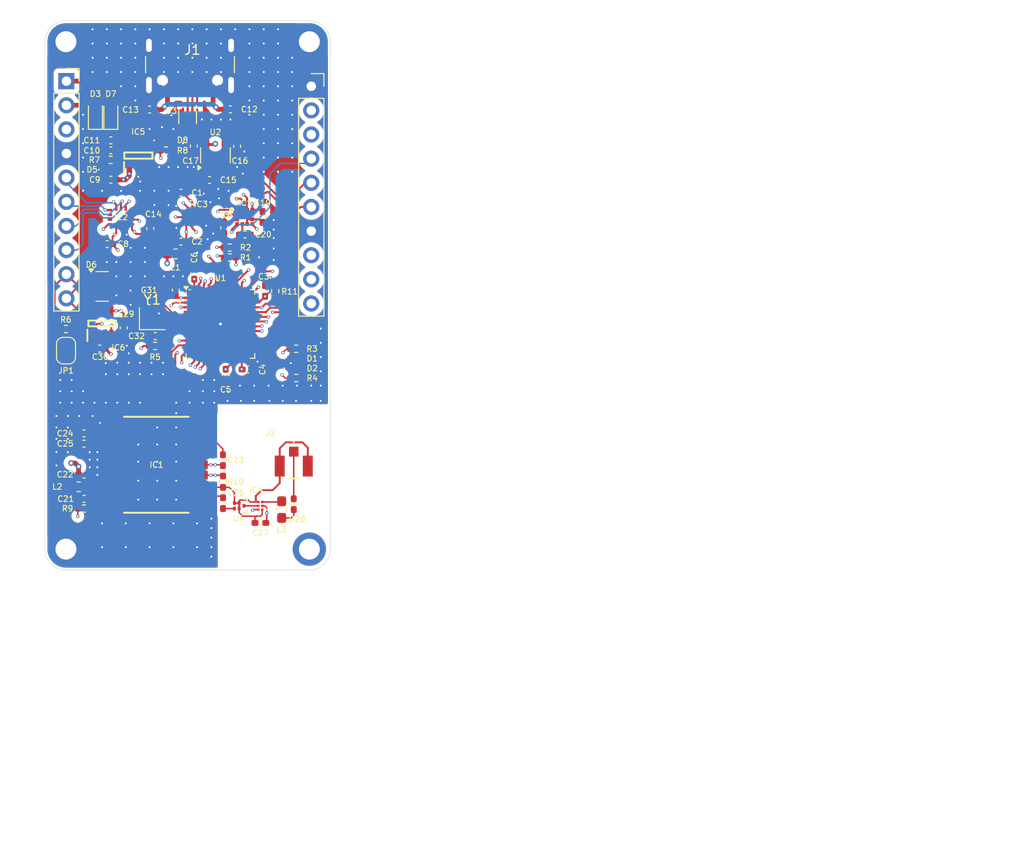
<source format=kicad_pcb>
(kicad_pcb (version 20240108) (generator "pcbnew") (generator_version "8.0")
  (layers (0 "F.Cu" signal) (1 "In1.Cu" signal) (2 "In2.Cu" signal) (31 "B.Cu" signal) (34 "B.Paste" user) (35 "F.Paste" user) (36 "B.SilkS" user "B.Silkscreen") (37 "F.SilkS" user "F.Silkscreen") (38 "B.Mask" user) (39 "F.Mask" user) (44 "Edge.Cuts" user))
  (net 0 "")
  (net 2 "+1V8")
  (net 3 "GND")
  (net 4 "Net-(AC1-C1)")
  (net 5 "+3V3")
  (net 6 "/MCU_PWR")
  (net 7 "+5V")
  (net 8 "Net-(U2-BP)")
  (net 9 "Net-(IC1-VBATT)")
  (net 10 "/GPS/VCC_RF")
  (net 11 "Net-(IC1-_RF_IN)")
  (net 12 "Net-(U4-OUTPUT)")
  (net 13 "Net-(C28-Pad2)")
  (net 14 "Net-(J2-In)")
  (net 15 "Net-(D1-A)")
  (net 16 "Net-(D2-A)")
  (net 17 "+24V")
  (net 18 "Net-(D5-A)")
  (net 19 "/CAN+")
  (net 20 "Net-(D8-A)")
  (net 21 "/GPS/WAKE_UP")
  (net 22 "/GPS/TIME_PULSE")
  (net 26 "/GPS/~{RESET}")
  (net 28 "/GPS/ANT_OFF")
  (net 33 "Net-(IC4-AI)")
  (net 34 "Net-(IC4-AO)")
  (net 36 "/CAN-")
  (net 37 "/USART1_RX")
  (net 38 "/CLK")
  (net 39 "/SWD")
  (net 41 "/NRST")
  (net 42 "/USART1_TX")
  (net 43 "Net-(J1-D--PadA7)")
  (net 45 "Net-(J1-D+-PadA6)")
  (net 47 "/DEBUG_LED0")
  (net 48 "/DEBUG_LED1")
  (net 49 "Net-(U1-PF0)")
  (net 50 "Net-(U1-PF1)")
  (net 53 "/STB")
  (net 54 "/Power/PWR")
  (net 72 "Net-(U1-PG10)")
  (net 73 "/FDCAN_RX")
  (net 74 "/SWO")
  (net 75 "/USB_DM")
  (net 76 "/FDCAN_TX")
  (net 77 "/USB_DP")
  (net 78 "/I2C1_SCL")
  (net 79 "/I2C1_SDA")
  (net 80 "/SPI1_CS")
  (net 81 "/SPI1_MISO")
  (net 82 "/SPI1_MOSI")
  (net 83 "/SPI1_SCK")
  (net 84 "/UART1_RX")
  (net 85 "/UART1_TX")
  (net 86 "/IMU_INT2")
  (net 87 "/IMU_INT1")
  (net 88 "/BAR_INT1")
  (net 89 "/MAG_INT1")
  (net 90 "Net-(JP1-B)")
  (net 91 "/ACC2_INT2")
  (net 92 "/ACC2_INT1")
  (footprint "sensor_fuser:BGS12SN6E6327XTSA1" (layer "F.Cu") (at 146.815 105.65 180)
    (property "Reference" "IC4")
    (property "Value" "BGA725L6E6327FTSA1" (hide yes))
  )
  (footprint "MountingHole:MountingHole_2.2mm_M2_ISO7380_Pad_TopBottom" (layer "F.Cu") (at 151.8 110.21)
    (property "Reference" "H4" (hide yes))
    (property "Value" "MountingHole_Pad")
  )
  (footprint "Resistor_SMD:R_0402_1005Metric_Pad0.72x0.64mm_HandSolder" (layer "F.Cu") (at 126.2 87.05)
    (property "Reference" "R6")
    (property "Value" "120")
  )
  (footprint "Connector_USB:USB_C_Receptacle_GCT_USB4105-xx-A_16P_TopMnt_Horizontal" (layer "F.Cu") (at 139.25 58.27 180)
    (property "Reference" "J1")
    (property "Value" "USB_C_Receptacle_USB2.0_14P")
  )
  (footprint "Capacitor_SMD:C_0402_1005Metric_Pad0.74x0.62mm_HandSolder" (layer "F.Cu") (at 145.3 91.3)
    (property "Reference" "C4")
    (property "Value" "100n")
  )
  (footprint "Capacitor_SMD:C_0402_1005Metric_Pad0.74x0.62mm_HandSolder" (layer "F.Cu") (at 142.72 105.37 90)
    (property "Reference" "C26")
    (property "Value" "56p")
  )
  (footprint "Resistor_SMD:R_0402_1005Metric_Pad0.72x0.64mm_HandSolder" (layer "F.Cu") (at 143.43 78.47 180)
    (property "Reference" "R2")
    (property "Value" "4.7k")
  )
  (footprint "MountingHole:MountingHole_2.2mm_M2_ISO7380_Pad_TopBottom" (layer "F.Cu") (at 126.2 56.81)
    (property "Reference" "H1" (hide yes))
    (property "Value" "MountingHole_Pad")
  )
  (footprint "Capacitor_SMD:C_0402_1005Metric_Pad0.74x0.62mm_HandSolder" (layer "F.Cu") (at 132.27 86.93 -90)
    (property "Reference" "C29")
    (property "Value" "100n")
  )
  (footprint "sensor_fuser:B39162B4327P810_TDK" (layer "F.Cu") (at 144.3707 105.6525 180)
    (property "Reference" "U4")
    (property "Value" "B39162B4327P810")
  )
  (footprint "Capacitor_SMD:C_0402_1005Metric_Pad0.74x0.62mm_HandSolder" (layer "F.Cu") (at 139.69 81.23 90)
    (property "Reference" "C6")
    (property "Value" "100n")
  )
  (footprint "Resistor_SMD:R_0402_1005Metric_Pad0.72x0.64mm_HandSolder" (layer "F.Cu") (at 148.21 83.06 -90)
    (property "Reference" "R11")
    (property "Value" "3.3k")
  )
  (footprint "pathfinder:SOT65P280X110-8N" (layer "F.Cu") (at 130.005 86.46 90)
    (property "Reference" "IC6")
    (property "Value" "TCAN3413DDFR" (hide yes))
  )
  (footprint "Connector_PinSocket_2.54mm:PinSocket_1x10_P2.54mm_Vertical" (layer "F.Cu") (at 126.25 60.96)
    (property "Reference" "J3" (hide yes))
    (property "Value" "CAS left")
  )
  (footprint "Capacitor_SMD:C_0402_1005Metric_Pad0.74x0.62mm_HandSolder" (layer "F.Cu") (at 128.11 99.11 180)
    (property "Reference" "C25")
    (property "Value" "56p")
  )
  (footprint "Capacitor_SMD:C_0402_1005Metric_Pad0.74x0.62mm_HandSolder" (layer "F.Cu") (at 130.9225 67.1925 180)
    (property "Reference" "C11")
    (property "Value" "2.2u")
  )
  (footprint "Package_DFN_QFN:ST_UQFN-6L_1.5x1.7mm_P0.5mm" (layer "F.Cu") (at 138.9975 64.7025 -90)
    (property "Reference" "U3")
    (property "Value" "ECMF02-2AMX6")
  )
  (footprint "Capacitor_SMD:C_0402_1005Metric_Pad0.74x0.62mm_HandSolder" (layer "F.Cu") (at 130.54 78.11 180)
    (property "Reference" "C8")
    (property "Value" "100n")
  )
  (footprint "Capacitor_SMD:C_0402_1005Metric_Pad0.74x0.62mm_HandSolder" (layer "F.Cu") (at 129.76 89.11 180)
    (property "Reference" "C30")
    (property "Value" "100n")
  )
  (footprint "pathfinder:LGA-12" (layer "F.Cu") (at 145 75.25)
    (property "Reference" "AC1")
    (property "Value" "LSM303AHTR" (hide yes))
  )
  (footprint "Capacitor_SMD:C_0402_1005Metric_Pad0.74x0.62mm_HandSolder" (layer "F.Cu") (at 145.025 77.1)
    (property "Reference" "C20")
    (property "Value" "220n")
  )
  (footprint "Jumper:SolderJumper-2_P1.3mm_Open_RoundedPad1.0x1.5mm" (layer "F.Cu") (at 126.21 89.32 90)
    (property "Reference" "JP1")
    (property "Value" "CAN jumper")
  )
  (footprint "Crystal:Crystal_SMD_2016-4Pin_2.0x1.6mm" (layer "F.Cu") (at 135.28 85.96)
    (property "Reference" "Y1")
    (property "Value" "16Mhz")
  )
  (footprint "Capacitor_SMD:C_0402_1005Metric_Pad0.74x0.62mm_HandSolder" (layer "F.Cu") (at 128.1 98.03 180)
    (property "Reference" "C24")
    (property "Value" "56p")
  )
  (footprint "Capacitor_SMD:C_0402_1005Metric_Pad0.74x0.62mm_HandSolder" (layer "F.Cu") (at 146.65 107.45)
    (property "Reference" "C27")
    (property "Value" "1n")
  )
  (footprint "Resistor_SMD:R_0402_1005Metric_Pad0.72x0.64mm_HandSolder" (layer "F.Cu") (at 143.44 79.52 180)
    (property "Reference" "R1")
    (property "Value" "4.7k")
  )
  (footprint "Capacitor_SMD:C_0402_1005Metric_Pad0.74x0.62mm_HandSolder" (layer "F.Cu") (at 146.875 75.25 -90)
    (property "Reference" "C19")
    (property "Value" "100n")
  )
  (footprint "Diode_SMD:D_0603_1608Metric_Pad1.05x0.95mm_HandSolder" (layer "F.Cu") (at 130.925 64.375 90)
    (property "Reference" "D7")
    (property "Value" "1N444")
  )
  (footprint "Package_TO_SOT_SMD:SOT-23-5" (layer "F.Cu") (at 141.925 68.7675 90)
    (property "Reference" "U2")
    (property "Value" "LP2985-1.8")
  )
  (footprint "Diode_SMD:D_0402_1005Metric_Pad0.77x0.64mm_HandSolder" (layer "F.Cu") (at 150.42 90.15)
    (property "Reference" "D1")
    (property "Value" "Blue")
  )
  (footprint "sensor_fuser:BMP390" (layer "F.Cu") (at 139.238 75.279)
    (property "Reference" "IC3")
    (property "Value" "BMP390" (hide yes))
  )
  (footprint "Capacitor_SMD:C_0402_1005Metric_Pad0.74x0.62mm_HandSolder" (layer "F.Cu") (at 150.16 105.48 -90)
    (property "Reference" "C28")
    (property "Value" "120p")
  )
  (footprint "Capacitor_SMD:C_0402_1005Metric_Pad0.74x0.62mm_HandSolder" (layer "F.Cu") (at 138.29 77.85 180)
    (property "Reference" "C2")
    (property "Value" "100n")
  )
  (footprint "Capacitor_SMD:C_0402_1005Metric_Pad0.74x0.62mm_HandSolder" (layer "F.Cu") (at 130.935 71.3375 180)
    (property "Reference" "C9")
    (property "Value" "2.2u")
  )
  (footprint "Diode_SMD:D_0402_1005Metric_Pad0.77x0.64mm_HandSolder" (layer "F.Cu") (at 136.735 67.1925)
    (property "Reference" "D8")
    (property "Value" "Green")
  )
  (footprint "Resistor_SMD:R_0402_1005Metric_Pad0.72x0.64mm_HandSolder" (layer "F.Cu") (at 128.0925 105.94)
    (property "Reference" "R9")
    (property "Value" "10k")
  )
  (footprint "Capacitor_SMD:C_0402_1005Metric_Pad0.74x0.62mm_HandSolder" (layer "F.Cu") (at 142.71 100.85 90)
    (property "Reference" "C23")
    (property "Value" "56p")
  )
  (footprint "Resistor_SMD:R_0402_1005Metric_Pad0.72x0.64mm_HandSolder" (layer "F.Cu") (at 135.5775 88.825 180)
    (property "Reference" "R5")
    (property "Value" "420")
  )
  (footprint "Resistor_SMD:R_0402_1005Metric_Pad0.72x0.64mm_HandSolder" (layer "F.Cu") (at 150.4275 92.21 180)
    (property "Reference" "R4")
    (property "Value" "420")
  )
  (footprint "Capacitor_SMD:C_0402_1005Metric_Pad0.74x0.62mm_HandSolder" (layer "F.Cu") (at 143 91.8475 -90)
    (property "Reference" "C5")
    (property "Value" "100n")
  )
  (footprint "Inductor_SMD:L_0603_1608Metric_Pad1.05x0.95mm_HandSolder" (layer "F.Cu") (at 137.725 79.14 180)
    (property "Reference" "L1")
    (property "Value" "10n")
  )
  (footprint "sensor_fuser:TESEOLIV3R" (layer "F.Cu") (at 135.72 101.33 90)
    (property "Reference" "IC1")
    (property "Value" "TESEO-LIV3R" (hide yes))
  )
  (footprint "Resistor_SMD:R_0402_1005Metric_Pad0.72x0.64mm_HandSolder" (layer "F.Cu") (at 130.9075 69.2475 180)
    (property "Reference" "R7")
    (property "Value" "2k")
  )
  (footprint "Capacitor_SMD:C_0402_1005Metric_Pad0.74x0.62mm_HandSolder" (layer "F.Cu") (at 135.075 76.475 90)
    (property "Reference" "C14")
    (property "Value" "100n")
  )
  (footprint "Capacitor_SMD:C_0402_1005Metric_Pad0.74x0.62mm_HandSolder" (layer "F.Cu") (at 128.1 102.36)
    (property "Reference" "C22")
    (property "Value" "10n")
  )
  (footprint "Capacitor_SMD:C_0402_1005Metric_Pad0.74x0.62mm_HandSolder" (layer "F.Cu") (at 147.14 83.04 90)
    (property "Reference" "C3")
    (property "Value" "100n")
  )
  (footprint "sensor_fuser:BMI323" (layer "F.Cu") (at 131.987 75.279)
    (property "Reference" "IC2")
    (property "Value" "BMI323" (hide yes))
  )
  (footprint "pathfinder:CONUFL001SMDT" (layer "F.Cu") (at 150.16 101.47 180)
    (property "Reference" "J2")
    (property "Value" "RF IN" (hide yes))
  )
  (footprint "Diode_SMD:D_0402_1005Metric_Pad0.77x0.64mm_HandSolder" (layer "F.Cu") (at 130.9125 70.2775)
    (property "Reference" "D5")
    (property "Value" "Green")
  )
  (footprint "Resistor_SMD:R_0402_1005Metric_Pad0.72x0.64mm_HandSolder" (layer "F.Cu") (at 136.735 68.2675 180)
    (property "Reference" "R8")
    (property "Value" "420")
  )
  (footprint "Capacitor_SMD:C_0402_1005Metric_Pad0.74x0.62mm_HandSolder" (layer "F.Cu") (at 141.3 71.3675)
    (property "Reference" "C15")
    (property "Value" "2.2u")
  )
  (footprint "Capacitor_SMD:C_0402_1005Metric_Pad0.74x0.62mm_HandSolder" (layer "F.Cu") (at 137.75 82.95 90)
    (property "Reference" "C7")
    (property "Value" "100n")
  )
  (footprint "Diode_SMD:D_0603_1608Metric_Pad1.05x0.95mm_HandSolder" (layer "F.Cu") (at 129.3 64.375 90)
    (property "Reference" "D3")
    (property "Value" "1N444")
  )
  (footprint "Inductor_SMD:L_0603_1608Metric_Pad1.05x0.95mm_HandSolder" (layer "F.Cu") (at 127.545 103.64 180)
    (property "Reference" "L2")
    (property "Value" "27n")
  )
  (footprint "Capacitor_SMD:C_0402_1005Metric_Pad0.74x0.62mm_HandSolder" (layer "F.Cu") (at 135.5975 87.79)
    (property "Reference" "C32")
    (property "Value" "23p")
  )
  (footprint "Connector_PinSocket_2.54mm:PinSocket_1x10_P2.54mm_Vertical" (layer "F.Cu") (at 152 61.5)
    (property "Reference" "J4" (hide yes))
    (property "Value" "CAS right")
  )
  (footprint "Capacitor_SMD:C_0402_1005Metric_Pad0.74x0.62mm_HandSolder" (layer "F.Cu") (at 144.2 67.81 -90)
    (property "Reference" "C16")
    (property "Value" "10n")
  )
  (footprint "Capacitor_SMD:C_0402_1005Metric_Pad0.74x0.62mm_HandSolder" (layer "F.Cu") (at 134.95 84.12)
    (property "Reference" "C31")
    (property "Value" "23p")
  )
  (footprint "Inductor_SMD:L_0603_1608Metric_Pad1.05x0.95mm_HandSolder" (layer "F.Cu") (at 148.89 106.05 90)
    (property "Reference" "L3")
    (property "Value" "5.6N")
  )
  (footprint "Capacitor_SMD:C_0402_1005Metric_Pad0.74x0.62mm_HandSolder" (layer "F.Cu") (at 142.85 76.39 -90)
    (property "Reference" "C18")
    (property "Value" "100n")
  )
  (footprint "Resistor_SMD:R_0402_1005Metric_Pad0.72x0.64mm_HandSolder" (layer "F.Cu") (at 150.42 89.13 180)
    (property "Reference" "R3")
    (property "Value" "420")
  )
  (footprint "Diode_SMD:D_0402_1005Metric_Pad0.77x0.64mm_HandSolder" (layer "F.Cu") (at 150.4225 91.18)
    (property "Reference" "D2")
    (property "Value" "Red")
  )
  (footprint "Capacitor_SMD:C_0402_1005Metric_Pad0.74x0.62mm_HandSolder" (layer "F.Cu") (at 138.3 72.7 180)
    (property "Reference" "C1")
    (property "Value" "100n")
  )
  (footprint "Package_TO_SOT_SMD:SOT-23" (layer "F.Cu") (at 130.01 82.56)
    (property "Reference" "D6")
    (property "Value" "SZNUP2105L")
  )
  (footprint "Package_DFN_QFN:QFN-48-1EP_7x7mm_P0.5mm_EP5.6x5.6mm" (layer "F.Cu") (at 142.45 86.5125)
    (property "Reference" "U1")
    (property "Value" "STM32G431CBUx")
  )
  (footprint "Capacitor_SMD:C_0402_1005Metric_Pad0.74x0.62mm_HandSolder" (layer "F.Cu") (at 143.49 63.93)
    (property "Reference" "C12")
    (property "Value" "1u")
  )
  (footprint "Resistor_SMD:R_0402_1005Metric_Pad0.72x0.64mm_HandSolder" (layer "F.Cu") (at 142.72 103.1125 -90)
    (property "Reference" "R10")
    (property "Value" "10k")
  )
  (footprint "Capacitor_SMD:C_0402_1005Metric_Pad0.74x0.62mm_HandSolder" (layer "F.Cu") (at 139.65 67.7925 -90)
    (property "Reference" "C17")
    (property "Value" "2.2u")
  )
  (footprint "Capacitor_SMD:C_0402_1005Metric_Pad0.74x0.62mm_HandSolder" (layer "F.Cu") (at 135 63.95 180)
    (property "Reference" "C13")
    (property "Value" "100n")
  )
  (footprint "Capacitor_SMD:C_0402_1005Metric_Pad0.74x0.62mm_HandSolder" (layer "F.Cu") (at 128.1125 104.92 180)
    (property "Reference" "C21")
    (property "Value" "56p")
  )
  (footprint "Capacitor_SMD:C_0402_1005Metric_Pad0.74x0.62mm_HandSolder" (layer "F.Cu") (at 130.925 68.2425 180)
    (property "Reference" "C10")
    (property "Value" "2.2u")
  )
  (footprint "MountingHole:MountingHole_2.2mm_M2_ISO7380_Pad_TopBottom" (layer "F.Cu") (at 126.2 110.21)
    (property "Reference" "H3" (hide yes))
    (property "Value" "MountingHole_Pad")
  )
  (footprint "sensor_fuser:SOT95P280X145-5N" (layer "F.Cu") (at 133.815 68.7925 90)
    (property "Reference" "IC5")
    (property "Value" "ST730M33R" (hide yes))
  )
  (footprint "MountingHole:MountingHole_2.2mm_M2_ISO7380_Pad_TopBottom" (layer "F.Cu") (at 151.8 56.81)
    (property "Reference" "H2" (hide yes))
    (property "Value" "MountingHole_Pad")
  )
  (gr_line (start 126.2 54.61) (end 151.8 54.61) (stroke (width 0.05)) (layer "Edge.Cuts"))
  (gr_arc (start 151.8 54.61) (mid 153.355635 55.254365) (end 154 56.81) (stroke (width 0.05)) (layer "Edge.Cuts"))
  (gr_arc (start 124 56.81) (mid 124.644365 55.254365) (end 126.2 54.61) (stroke (width 0.05)) (layer "Edge.Cuts"))
  (gr_line (start 126.2 112.41) (end 151.8 112.41) (stroke (width 0.05)) (layer "Edge.Cuts"))
  (gr_line (start 124 56.81) (end 124 110.21) (stroke (width 0.05)) (layer "Edge.Cuts"))
  (gr_line (start 154 56.81) (end 154 110.21) (stroke (width 0.05)) (layer "Edge.Cuts"))
  (gr_arc (start 126.2 112.41) (mid 124.644365 111.765635) (end 124 110.21) (stroke (width 0.05)) (layer "Edge.Cuts"))
  (gr_arc (start 154 110.21) (mid 153.355635 111.765635) (end 151.8 112.41) (stroke (width 0.05)) (layer "Edge.Cuts"))
  (segment (start 139.65 67.225) (end 140.57 67.225) (width 0.5) (layer "F.Cu") (net 2))
  (segment (start 144.2 75) (end 143.14 75) (width 0.2) (layer "F.Cu") (net 2))
  (segment (start 140.57 67.225) (end 140.975 67.63) (width 0.5) (layer "F.Cu") (net 2))
  (segment (start 143.114999 75.020001) (end 142.85 75.285) (width 0.2) (layer "F.Cu") (net 2))
  (segment (start 143.14 75) (end 143.114999 74.974999) (width 0.2) (layer "F.Cu") (net 2))
  (segment (start 145.8 74.21) (end 145.8 74.5) (width 0.2) (layer "F.Cu") (net 2))
  (segment (start 145.8 74.5) (end 146.6925 74.5) (width 0.2) (layer "F.Cu") (net 2))
  (segment (start 141.84 67.63) (end 141.91 67.56) (width 0.3) (layer "F.Cu") (net 2))
  (segment (start 143.114999 74.974999) (end 143.114999 75.020001) (width 0.2) (layer "F.Cu") (net 2))
  (segment (start 145.81 74.2) (end 145.8 74.21) (width 0.2) (layer "F.Cu") (net 2))
  (segment (start 145.8 75) (end 145.8 74.5) (width 0.2) (layer "F.Cu") (net 2))
  (segment (start 140.975 67.63) (end 141.84 67.63) (width 0.3) (layer "F.Cu") (net 2))
  (segment (start 142.85 75.285) (end 142.85 75.8225) (width 0.2) (layer "F.Cu") (net 2))
  (segment (start 146.6925 74.5) (end 146.875 74.6825) (width 0.2) (layer "F.Cu") (net 2))
  (segment (start 145.81 73.88) (end 145.81 74.2) (width 0.2) (layer "F.Cu") (net 2))
  (via (at 141.91 67.56) (size 0.6) (drill 0.3) (layers "F.Cu" "B.Cu") (net 2))
  (via (at 143.114999 74.974999) (size 0.35) (drill 0.2) (layers "F.Cu" "B.Cu") (net 2))
  (via (at 145.795 73.865) (size 0.35) (drill 0.2) (layers "F.Cu" "B.Cu") (net 2))
  (segment (start 137.5975 64.0525) (end 137.3 64.35) (width 0.2) (layer "F.Cu") (net 3))
  (segment (start 148.685 103.265) (end 147.94 104.01) (width 0.2) (layer "F.Cu") (net 3))
  (segment (start 142.71 99.67) (end 141.8 98.76) (width 0.15) (layer "F.Cu") (net 3))
  (segment (start 140.95 76.17) (end 140.559 75.779) (width 0.2) (layer "F.Cu") (net 3))
  (segment (start 149.85 91.18) (end 149.85 90.64) (width 0.3) (layer "F.Cu") (net 3))
  (segment (start 146.35 90.475) (end 146.35 90.8175) (width 0.15) (layer "F.Cu") (net 3))
  (segment (start 151.635 101.47) (end 151.635 99.535) (width 0.2) (layer "F.Cu") (net 3))
  (segment (start 134.4325 61.8725) (end 134.93 61.375) (width 0.5) (layer "F.Cu") (net 3))
  (segment (start 138.476 74.779) (end 137.797 74.1) (width 0.2) (layer "F.Cu") (net 3))
  (segment (start 146.18 104.61) (end 146.17 104.61) (width 0.2) (layer "F.Cu") (net 3))
  (segment (start 145.25 75.55) (end 145.3 75.5) (width 0.2) (layer "F.Cu") (net 3))
  (segment (start 151.635 99.535) (end 151.07 98.97) (width 0.2) (layer "F.Cu") (net 3))
  (segment (start 145.8 75.5) (end 146.5575 75.5) (width 0.2) (layer "F.Cu") (net 3))
  (segment (start 141.925 71.31) (end 141.8675 71.3675) (width 0.5) (layer "F.Cu") (net 3))
  (segment (start 140.95 76.17) (end 140.96 76.18) (width 0.2) (layer "F.Cu") (net 3))
  (segment (start 151.07 98.97) (end 149.325 98.97) (width 0.2) (layer "F.Cu") (net 3))
  (segment (start 137.82 76.41) (end 137.845 76.41) (width 0.2) (layer "F.Cu") (net 3))
  (segment (start 145.58 105.25) (end 146.44 105.25) (width 0.15) (layer "F.Cu") (net 3))
  (segment (start 129.68 87.71) (end 129.68 88.6225) (width 0.3) (layer "F.Cu") (net 3))
  (segment (start 144.955 68.3775) (end 144.965 68.3675) (width 0.5) (layer "F.Cu") (net 3))
  (segment (start 148.685 101.47) (end 148.685 103.265) (width 0.2) (layer "F.Cu") (net 3))
  (segment (start 145.37 105.04) (end 145.58 105.25) (width 0.15) (layer "F.Cu") (net 3))
  (segment (start 149.85 90.64) (end 149.85 90.1525) (width 0.3) (layer "F.Cu") (net 3))
  (segment (start 137.845 76.41) (end 138.476 75.779) (width 0.2) (layer "F.Cu") (net 3))
  (segment (start 147.7 81.65) (end 147.14 82.21) (width 0.2) (layer "F.Cu") (net 3))
  (segment (start 136.1625 65.9375) (end 136.3 65.8) (width 0.2) (layer "F.Cu") (net 3))
  (segment (start 142.71 103.7) (end 142.72 103.71) (width 0.15) (layer "F.Cu") (net 3))
  (segment (start 137.72 72.7125) (end 137.7325 72.7) (width 0.2) (layer "F.Cu") (net 3))
  (segment (start 144.2 68.3775) (end 144.955 68.3775) (width 0.5) (layer "F.Cu") (net 3))
  (segment (start 146.0825 106.8875) (end 146.0825 107.45) (width 0.15) (layer "F.Cu") (net 3))
  (segment (start 140.559 75.779) (end 140 75.779) (width 0.2) (layer "F.Cu") (net 3))
  (segment (start 138.4975 64.0525) (end 137.5975 64.0525) (width 0.2) (layer "F.Cu") (net 3))
  (segment (start 143.92 104.26) (end 143.37 103.71) (width 0.15) (layer "F.Cu") (net 3))
  (segment (start 146.68 106.74) (end 146.23 106.74) (width 0.15) (layer "F.Cu") (net 3))
  (segment (start 141.8675 71.3675) (end 141.8675 71.97) (width 0.5) (layer "F.Cu") (net 3))
  (segment (start 147.14 82.21) (end 147.14 82.4725) (width 0.2) (layer "F.Cu") (net 3))
  (segment (start 144.51 105.04) (end 145.37 105.04) (width 0.15) (layer "F.Cu") (net 3))
  (segment (start 133.815 70.0425) (end 133.815 71.0175) (width 0.5) (layer "F.Cu") (net 3))
  (segment (start 146.84 106.58) (end 146.68 106.74) (width 0.15) (layer "F.Cu") (net 3))
  (segment (start 146.35 90.8175) (end 145.8675 91.3) (width 0.15) (layer "F.Cu") (net 3))
  (segment (start 147.94 104.01) (end 146.78 104.01) (width 0.2) (layer "F.Cu") (net 3))
  (segment (start 142.71 100.2825) (end 142.71 99.67) (width 0.15) (layer "F.Cu") (net 3))
  (segment (start 146.5575 75.5) (end 146.875 75.8175) (width 0.2) (layer "F.Cu") (net 3))
  (segment (start 144.0575 61.8625) (end 144.0575 63.93) (width 0.5) (layer "F.Cu") (net 3))
  (segment (start 144.42 105.13) (end 144.51 105.04) (width 0.15) (layer "F.Cu") (net 3))
  (segment (start 149.85 90.1525) (end 149.8475 90.15) (width 0.3) (layer "F.Cu") (net 3))
  (segment (start 134.93 61.375) (end 135.5 61.375) (width 0.5) (layer "F.Cu") (net 3))
  (segment (start 133.815 71.0175) (end 133.815 71.3175) (width 0.5) (layer "F.Cu") (net 3))
  (segment (start 146.17 104.61) (end 146.17 105.155) (width 0.2) (layer "F.Cu") (net 3))
  (segment (start 132.487 76.192) (end 132.487 77.027) (width 0.2) (layer "F.Cu") (net 3))
  (segment (start 139.65 68.36) (end 139.65 70) (width 0.5) (layer "F.Cu") (net 3))
  (segment (start 133.815 71.3175) (end 134.015 71.5175) (width 0.5) (layer "F.Cu") (net 3))
  (segment (start 142.48 61.955) (end 143.005 61.43) (width 0.5) (layer "F.Cu") (net 3))
  (segment (start 146.23 106.74) (end 146.0825 106.8875) (width 0.15) (layer "F.Cu") (net 3))
  (segment (start 143.005 61.43) (end 143.625 61.43) (width 0.5) (layer "F.Cu") (net 3))
  (segment (start 144.42 106.37) (end 144.42 105.94) (width 0.15) (layer "F.Cu") (net 3))
  (segment (start 141.8 98.76) (end 141.8 94.8) (width 0.15) (layer "F.Cu") (net 3))
  (segment (start 144.42 105.94) (end 144.42 105.365) (width 0.15) (layer "F.Cu") (net 3))
  (segment (start 137.797 74.1) (end 137.9285 74.2315) (width 0.2) (layer "F.Cu") (net 3))
  (segment (start 143.37 103.71) (end 142.72 103.71) (width 0.15) (layer "F.Cu") (net 3))
  (segment (start 144.79 106.74) (end 144.42 106.37) (width 0.15) (layer "F.Cu") (net 3))
  (segment (start 146.17 105.155) (end 146.24 105.225) (width 0.2) (layer "F.Cu") (net 3))
  (segment (start 135.5 61.375) (end 136.08 61.955) (width 0.5) (layer "F.Cu") (net 3))
  (segment (start 145.3 75.5) (end 145.8 75.5) (width 0.2) (layer "F.Cu") (net 3))
  (segment (start 148.685 99.61) (end 148.685 101.47) (width 0.2) (layer "F.Cu") (net 3))
  (segment (start 140.49 103.7) (end 142.71 103.7) (width 0.15) (layer "F.Cu") (net 3))
  (segment (start 146.23 106.74) (end 144.79 106.74) (width 0.15) (layer "F.Cu") (net 3))
  (segment (start 141.8675 71.97) (end 142.215 72.3175) (width 0.5) (layer "F.Cu") (net 3))
  (segment (start 140 75.779) (end 140 75.279) (width 0.2) (layer "F.Cu") (net 3))
  (segment (start 136.1625 67.1925) (end 136.1625 65.9375) (width 0.2) (layer "F.Cu") (net 3))
  (segment (start 141.925 69.905) (end 141.925 71.31) (width 0.5) (layer "F.Cu") (net 3))
  (segment (start 131.987 76.192) (end 132.487 76.192) (width 0.2) (layer "F.Cu") (net 3))
  (segment (start 145.25 76) (end 145.25 75.55) (width 0.2) (layer "F.Cu") (net 3))
  (segment (start 132.487 77.027) (end 132.58 77.12) (width 0.2) (layer "F.Cu") (net 3))
  (segment (start 140.32 103.53) (end 140.49 103.7) (width 0.15) (layer "F.Cu") (net 3))
  (segment (start 146.84 106.05) (end 146.84 106.58) (width 0.15) (layer "F.Cu") (net 3))
  (segment (start 144.42 105.365) (end 143.92 105.365) (width 0.15) (layer "F.Cu") (net 3))
  (segment (start 137.3 64.35) (end 137.3 64.55) (width 0.2) (layer "F.Cu") (net 3))
  (segment (start 143.92 105.365) (end 143.92 104.26) (width 0.15) (layer "F.Cu") (net 3))
  (segment (start 149.325 98.97) (end 148.685 99.61) (width 0.2) (layer "F.Cu") (net 3))
  (segment (start 144.42 105.365) (end 144.42 105.13) (width 0.15) (layer "F.Cu") (net 3))
  (segment (start 129.68 88.6225) (end 129.1925 89.11) (width 0.3) (layer "F.Cu") (net 3))
  (segment (start 143.625 61.43) (end 144.0575 61.8625) (width 0.5) (layer "F.Cu") (net 3))
  (segment (start 134.4325 63.95) (end 134.4325 61.8725) (width 0.5) (layer "F.Cu") (net 3))
  (segment (start 146.78 104.01) (end 146.18 104.61) (width 0.2) (layer "F.Cu") (net 3))
  (via (at 150.4 94.6) (size 0.35) (drill 0.2) (layers "F.Cu" "B.Cu") (net 3))
  (via (at 150 67.5) (size 0.35) (drill 0.2) (layers "F.Cu" "B.Cu") (net 3))
  (via (at 147 69) (size 0.35) (drill 0.2) (layers "F.Cu" "B.Cu") (net 3))
  (via (at 145.5 64.5) (size 0.35) (drill 0.2) (layers "F.Cu" "B.Cu") (net 3))
  (via (at 137.8 101) (size 0.35) (drill 0.2) (layers "F.Cu" "B.Cu") (net 3))
  (via (at 147 66) (size 0.35) (drill 0.2) (layers "F.Cu" "B.Cu") (net 3))
  (via (at 130.4 94.8) (size 0.35) (drill 0.2) (layers "F.Cu" "B.Cu") (net 3))
  (via (at 147 64.5) (size 0.35) (drill 0.2) (layers "F.Cu" "B.Cu") (net 3))
  (via (at 129 60) (size 0.35) (drill 0.2) (layers "F.Cu" "B.Cu") (net 3))
  (via (at 134 72.5) (size 0.35) (drill 0.2) (layers "F.Cu" "B.Cu") (net 3))
  (via (at 133 83) (size 0.35) (drill 0.2) (layers "F.Cu" "B.Cu") (net 3))
  (via (at 129 55.5) (size 0.35) (drill 0.2) (layers "F.Cu" "B.Cu") (net 3))
  (via (at 140.6 92.4) (size 0.35) (drill 0.2) (layers "F.Cu" "B.Cu") (net 3))
  (via (at 140 110) (size 0.35) (drill 0.2) (layers "F.Cu" "B.Cu") (net 3))
  (via (at 132.8 91.8) (size 0.35) (drill 0.2) (layers "F.Cu" "B.Cu") (net 3))
  (via (at 141 57) (size 0.35) (drill 0.2) (layers "F.Cu" "B.Cu") (net 3))
  (via (at 144.5 93) (size 0.35) (drill 0.2) (layers "F.Cu" "B.Cu") (net 3))
  (via (at 143.5 65) (size 0.35) (drill 0.2) (layers "F.Cu" "B.Cu") (net 3))
  (via (at 130.38 90.63) (size 0.35) (drill 0.2) (layers "F.Cu" "B.Cu") (net 3))
  (via (at 137.5 66) (size 0.35) (drill 0.2) (layers "F.Cu" "B.Cu") (net 3))
  (via (at 128 70.5) (size 0.35) (drill 0.2) (layers "F.Cu" "B.Cu") (net 3))
  (via (at 132 55.5) (size 0.35) (drill 0.2) (layers "F.Cu" "B.Cu") (net 3))
  (via (at 127.6 96.2) (size 0.35) (drill 0.2) (layers "F.Cu" "B.Cu") (net 3))
  (via (at 150 64.5) (size 0.35) (drill 0.2) (layers "F.Cu" "B.Cu") (net 3))
  (via (at 148.5 64.5) (size 0.35) (drill 0.2) (layers "F.Cu" "B.Cu") (net 3))
  (via (at 125.2 101.4) (size 0.35) (drill 0.2) (layers "F.Cu" "B.Cu") (net 3))
  (via (at 134 94.8) (size 0.35) (drill 0.2) (layers "F.Cu" "B.Cu") (net 3))
  (via (at 130.5 58.5) (size 0.35) (drill 0.2) (layers "F.Cu" "B.Cu") (net 3))
  (via (at 149 94.6) (size 0.35) (drill 0.2) (layers "F.Cu" "B.Cu") (net 3))
  (via (at 144.965 68.3675) (size 0.35) (drill 0.2) (layers "F.Cu" "B.Cu") (net 3))
  (via (at 131.6 94.8) (size 0.35) (drill 0.2) (layers "F.Cu" "B.Cu") (net 3))
  (via (at 125.6 93.6) (size 0.35) (drill 0.2) (layers "F.Cu" "B.Cu") (net 3))
  (via (at 134.5 83) (size 0.35) (drill 0.2) (layers "F.Cu" "B.Cu") (net 3))
  (via (at 135 66) (size 0.35) (drill 0.2) (layers "F.Cu" "B.Cu") (net 3))
  (via (at 140 107.5) (size 0.35) (drill 0.2) (layers "F.Cu" "B.Cu") (net 3))
  (via (at 131.6 90.6) (size 0.35) (drill 0.2) (layers "F.Cu" "B.Cu") (net 3))
  (via (at 129 58.5) (size 0.35) (drill 0.2) (layers "F.Cu" "B.Cu") (net 3))
  (via (at 147.5 93) (size 0.35) (drill 0.2) (layers "F.Cu" "B.Cu") (net 3))
  (via (at 141.8 93.6) (size 0.35) (drill 0.2) (layers "F.Cu" "B.Cu") (net 3))
  (via (at 153 90) (size 0.35) (drill 0.2) (layers "F.Cu" "B.Cu") (net 3))
  (via (at 150 69) (size 0.35) (drill 0.2) (layers "F.Cu" "B.Cu") (net 3))
  (via (at 147 61.5) (size 0.35) (drill 0.2) (layers "F.Cu" "B.Cu") (net 3))
  (via (at 138.5 67.5) (size 0.35) (drill 0.2) (layers "F.Cu" "B.Cu") (net 3))
  (via (at 126.4 96.2) (size 0.35) (drill 0.2) (layers "F.Cu" "B.Cu") (net 3))
  (via (at 133.8 101) (size 0.35) (drill 0.2) (layers "F.Cu" "B.Cu") (net 3))
  (via (at 133 80) (size 0.35) (drill 0.2) (layers "F.Cu" "B.Cu") (net 3))
  (via (at 139.2 93.6) (size 0.35) (drill 0.2) (layers "F.Cu" "B.Cu") (net 3))
  (via (at 153 91.5) (size 0.35) (drill 0.2) (layers "F.Cu" "B.Cu") (net 3))
  (via (at 148.05 77.475) (size 0.35) (drill 0.2) (layers "F.Cu" "B.Cu") (net 3))
  (via (at 140.7 72.8) (size 0.35) (drill 0.2) (layers "F.Cu" "B.Cu") (net 3))
  (via (at 133.5 57) (size 0.35) (drill 0.2) (layers "F.Cu" "B.Cu") (net 3))
  (via (at 125.2 97.4) (size 0.35) (drill 0.2) (layers "F.Cu" "B.Cu") (net 3))
  (via (at 137.8 99.2) (size 0.35) (drill 0.2) (layers "F.Cu" "B.Cu") (net 3))
  (via (at 133.8 105) (size 0.35) (drill 0.2) (layers "F.Cu" "B.Cu") (net 3))
  (via (at 144.8 70.7) (size 0.35) (drill 0.2) (layers "F.Cu" "B.Cu") (net 3))
  (via (at 136.4 91.8) (size 0.35) (drill 0.2) (layers "F.Cu" "B.Cu") (net 3))
  (via (at 141 58.5) (size 0.35) (drill 0.2) (layers "F.Cu" "B.Cu") (net 3))
  (via (at 145.5 63) (size 0.35) (drill 0.2) (layers "F.Cu" "B.Cu") (net 3))
  (via (at 141.8 92.4) (size 0.35) (drill 0.2) (layers "F.Cu" "B.Cu") (net 3))
  (via (at 136.5 58.5) (size 0.35) (drill 0.2) (layers "F.Cu" "B.Cu") (net 3))
  (via (at 137.8 97.4) (size 0.35) (drill 0.2) (layers "F.Cu" "B.Cu") (net 3))
  (via (at 128 64.5) (size 0.35) (drill 0.2) (layers "F.Cu" "B.Cu") (net 3))
  (via (at 133.8 99.2) (size 0.35) (drill 0.2) (layers "F.Cu" "B.Cu") (net 3))
  (via (at 137.5 81.5) (size 0.35) (drill 0.2) (layers "F.Cu" "B.Cu") (net 3))
  (via (at 133.5 58.5) (size 0.35) (drill 0.2) (layers "F.Cu" "B.Cu") (net 3))
  (via (at 132.8 90.6) (size 0.35) (drill 0.2) (layers "F.Cu" "B.Cu") (net 3))
  (via (at 132.8 89.6) (size 0.35) (drill 0.2) (layers "F.Cu" "B.Cu") (net 3))
  (via (at 130 72.5) (size 0.35) (drill 0.2) (layers "F.Cu" "B.Cu") (net 3))
  (via (at 146.5 79.5) (size 0.35) (drill 0.2) (layers "F.Cu" "B.Cu") (net 3))
  (via (at 129.5 100.8) (size 0.35) (drill 0.2) (layers "F.Cu" "B.Cu") (net 3))
  (via (at 142.5 55.5) (size 0.35) (drill 0.2) (layers "F.Cu" "B.Cu") (net 3))
  (via (at 143.2 94.6) (size 0.35) (drill 0.2) (layers "F.Cu" "B.Cu") (net 3))
  (via (at 141.5 109) (size 0.35) (drill 0.2) (layers "F.Cu" "B.Cu") (net 3))
  (via (at 134.5 78.5) (size 0.35) (drill 0.2) (layers "F.Cu" "B.Cu") (net 3))
  (via (at 140.5 65) (size 0.35) (drill 0.2) (layers "F.Cu" "B.Cu") (net 3))
  (via (at 132 72.5) (size 0.35) (drill 0.2) (layers "F.Cu" "B.Cu") (net 3))
  (via (at 139.5 60) (size 0.35) (drill 0.2) (layers "F.Cu" "B.Cu") (net 3))
  (via (at 135 110) (size 0.35) (drill 0.2) (layers "F.Cu" "B.Cu") (net 3))
  (via (at 148.05 75.575) (size 0.35) (drill 0.2) (layers "F.Cu" "B.Cu") (net 3))
  (via (at 138 60) (size 0.35) (drill 0.2) (layers "F.Cu" "B.Cu") (net 3))
  (via (at 134 90.6) (size 0.35) (drill 0.2) (layers "F.Cu" "B.Cu") (net 3))
  (via (at 135 107.5) (size 0.35) (drill 0.2) (layers "F.Cu" "B.Cu") (net 3))
  (via (at 148.05 76.575) (size 0.35) (drill 0.2) (layers "F.Cu" "B.Cu") (net 3))
  (via (at 152 93) (size 0.35) (drill 0.2) (layers "F.Cu" "B.Cu") (net 3))
  (via (at 148.5 61.5) (size 0.35) (drill 0.2) (layers "F.Cu" "B.Cu") (net 3))
  (via (at 142.215 72.3175) (size 0.35) (drill 0.2) (layers "F.Cu" "B.Cu") (net 3))
  (via (at 148.5 55.5) (size 0.35) (drill 0.2) (layers "F.Cu" "B.Cu") (net 3))
  (via (at 153 93) (size 0.35) (drill 0.2) (layers "F.Cu" "B.Cu") (net 3))
  (via (at 135 55.5) (size 0.35) (drill 0.2) (layers "F.Cu" "B.Cu") (net 3))
  (via (at 140.6 94.8) (size 0.35) (drill 0.2) (layers "F.Cu" "B.Cu") (net 3))
  (via (at 148.5 66) (size 0.35) (drill 0.2) (layers "F.Cu" "B.Cu") (net 3))
  (via (at 135.8 101) (size 0.35) (drill 0.2) (layers "F.Cu" "B.Cu") (net 3))
  (via (at 125.6 92.4) (size 0.35) (drill 0.2) (layers "F.Cu" "B.Cu") (net 3))
  (via (at 147.7 81.65) (size 0.35) (drill 0.2) (layers "F.Cu" "B.Cu") (net 3))
  (via (at 147 67.5) (size 0.35) (drill 0.2) (layers "F.Cu" "B.Cu") (net 3))
  (via (at 125.2 98.6) (size 0.35) (drill 0.2) (layers "F.Cu" "B.Cu") (net 3))
  (via (at 137.8 105) (size 0.35) (drill 0.2) (layers "F.Cu" "B.Cu") (net 3))
  (via (at 150 63) (size 0.35) (drill 0.2) (layers "F.Cu" "B.Cu") (net 3))
  (via (at 144.6 94.6) (size 0.35) (drill 0.2) (layers "F.Cu" "B.Cu") (net 3))
  (via (at 144 55.5) (size 0.35) (drill 0.2) (layers "F.Cu" "B.Cu") (net 3))
  (via (at 138 57) (size 0.35) (drill 0.2) (layers "F.Cu" "B.Cu") (net 3))
  (via (at 128.01 72.49) (size 0.35) (drill 0.2) (layers "F.Cu" "B.Cu") (net 3))
  (via (at 135.2 91.8) (size 0.35) (drill 0.2) (layers "F.Cu" "B.Cu") (net 3))
  (via (at 141.8 94.8) (size 0.35) (drill 0.2) (layers "F.Cu" "B.Cu") (net 3))
  (via (at 130.5 80) (size 0.35) (drill 0.2) (layers "F.Cu" "B.Cu") (net 3))
  (via (at 128 66) (size 0.35) (drill 0.2) (layers "F.Cu" "B.Cu") (net 3))
  (via (at 138 55.5) (size 0.35) (drill 0.2) (layers "F.Cu" "B.Cu") (net 3))
  (via (at 128.7 100.8) (size 0.35) (drill 0.2) (layers "F.Cu" "B.Cu") (net 3))
  (via (at 126.8 93.6) (size 0.35) (drill 0.2) (layers "F.Cu" "B.Cu") (net 3))
  (via (at 140 79) (size 0.35) (drill 0.2) (layers "F.Cu" "B.Cu") (net 3))
  (via (at 129 96.2) (size 0.35) (drill 0.2) (layers "F.Cu" "B.Cu") (net 3))
  (via (at 144.2 70) (size 0.35) (drill 0.2) (layers "F.Cu" "B.Cu") (net 3))
  (via (at 142.3 73.3) (size 0.35) (drill 0.2) (layers "F.Cu" "B.Cu") (net 3))
  (via (at 134.5 80) (size 0.35) (drill 0.2) (layers "F.Cu" "B.Cu") (net 3))
  (via (at 142.5 57) (size 0.35) (drill 0.2) (layers "F.Cu" "B.Cu") (net 3))
  (via (at 136.3 65.8) (size 0.35) (drill 0.2) (layers "F.Cu" "B.Cu") (net 3))
  (via (at 128 93.6) (size 0.35) (drill 0.2) (layers "F.Cu" "B.Cu") (net 3))
  (via (at 132 60) (size 0.35) (drill 0.2) (layers "F.Cu" "B.Cu") (net 3))
  (via (at 147.6 94.6) (size 0.35) (drill 0.2) (layers "F.Cu" "B.Cu") (net 3))
  (via (at 149 93) (size 0.35) (drill 0.2) (layers "F.Cu" "B.Cu") (net 3))
  (via (at 143.3 72.5) (size 0.35) (drill 0.2) (layers "F.Cu" "B.Cu") (net 3))
  (via (at 129 57) (size 0.35) (drill 0.2) (layers "F.Cu" "B.Cu") (net 3))
  (via (at 140.95 76.17) (size 0.35) (drill 0.2) (layers "F.Cu" "B.Cu") (net 3))
  (via (at 140.6 93.6) (size 0.35) (drill 0.2) (layers "F.Cu" "B.Cu") (net 3))
  (via (at 125.2 96.2) (size 0.35) (drill 0.2) (layers "F.Cu" "B.Cu") (net 3))
  (via (at 145.5 57) (size 0.35) (drill 0.2) (layers "F.Cu" "B.Cu") (net 3))
  (via (at 133.8 103) (size 0.35) (drill 0.2) (layers "F.Cu" "B.Cu") (net 3))
  (via (at 148.5 60) (size 0.35) (drill 0.2) (layers "F.Cu" "B.Cu") (net 3))
  (via (at 147 70.5) (size 0.35) (drill 0.2) (layers "F.Cu" "B.Cu") (net 3))
  (via (at 141.5 65) (size 0.35) (drill 0.2) (layers "F.Cu" "B.Cu") (net 3))
  (via (at 139.2 94.8) (size 0.35) (drill 0.2) (layers "F.Cu" "B.Cu") (net 3))
  (via (at 146 94.6) (size 0.35) (drill 0.2) (layers "F.Cu" "B.Cu") (net 3))
  (via (at 137 74) (size 0.35) (drill 0.2) (layers "F.Cu" "B.Cu") (net 3))
  (via (at 142.5 58.5) (size 0.35) (drill 0.2) (layers "F.Cu" "B.Cu") (net 3))
  (via (at 132.5 107.5) (size 0.35) (drill 0.2) (layers "F.Cu" "B.Cu") (net 3))
  (via (at 141 55.5) (size 0.35) (drill 0.2) (layers "F.Cu" "B.Cu") (net 3))
  (via (at 130.4 91.8) (size 0.35) (drill 0.2) (layers "F.Cu" "B.Cu") (net 3))
  (via (at 126.4 100) (size 0.35) (drill 0.2) (layers "F.Cu" "B.Cu") (net 3))
  (via (at 137 70) (size 0.35) (drill 0.2) (layers "F.Cu" "B.Cu") (net 3))
  (via (at 132.58 77.12) (size 0.35) (drill 0.2) (layers "F.Cu" "B.Cu") (net 3))
  (via (at 125.6 94.8) (size 0.35) (drill 0.2) (layers "F.Cu" "B.Cu") (net 3))
  (via (at 126.4 98.6) (size 0.35) (drill 0.2) (layers "F.Cu" "B.Cu") (net 3))
  (via (at 136 70) (size 0.35) (drill 0.2) (layers "F.Cu" "B.Cu") (net 3))
  (via (at 132.5 110) (size 0.35) (drill 0.2) (layers "F.Cu" "B.Cu") (net 3))
  (via (at 129.5 100) (size 0.35) (drill 0.2) (layers "F.Cu" "B.Cu") (net 3))
  (via (at 153 87) (size 0.35) (drill 0.2) (layers "F.Cu" "B.Cu") (net 3))
  (via (at 139.65 70) (size 0.35) (drill 0.2) (layers "F.Cu" "B.Cu") (net 3))
  (via (at 146.35 90.475) (size 0.35) (drill 0.2) (layers "F.Cu" "B.Cu") (net 3))
  (via (at 135.98 85.41) (size 0.35) (drill 0.2) (layers "F.Cu" "B.Cu") (net 3))
  (via (at 137.8 95.9) (size 0.35) (drill 0.2) (layers "F.Cu" "B.Cu") (net 3))
  (via (at 136.5 55.5) (size 0.35) (drill 0.2) (layers "F.Cu" "B.Cu") (net 3))
  (via (at 129.5 101.6) (size 0.35) (drill 0.2) (layers "F.Cu" "B.Cu") (net 3))
  (via (at 138 70) (size 0.35) (drill 0.2) (layers "F.Cu" "B.Cu") (net 3))
  (via (at 130.5 57) (size 0.35) (drill 0.2) (layers "F.Cu" "B.Cu") (net 3))
  (via (at 131.5 83.5) (size 0.35) (drill 0.2) (layers "F.Cu" "B.Cu") (net 3))
  (via (at 131.5 80) (size 0.35) (drill 0.2) (layers "F.Cu" "B.Cu") (net 3))
  (via (at 147 60) (size 0.35) (drill 0.2) (layers "F.Cu" "B.Cu") (net 3))
  (via (at 148.5 63) (size 0.35) (drill 0.2) (layers "F.Cu" "B.Cu") (net 3))
  (via (at 132.6 88.8) (size 0.35) (drill 0.2) (layers "F.Cu" "B.Cu") (net 3))
  (via (at 150 58.5) (size 0.35) (drill 0.2) (layers "F.Cu" "B.Cu") (net 3))
  (via (at 148.5 57) (size 0.35) (drill 0.2) (layers "F.Cu" "B.Cu") (net 3))
  (via (at 136.5 60) (size 0.35) (drill 0.2) (layers "F.Cu" "B.Cu") (net 3))
  (via (at 137.8 103) (size 0.35) (drill 0.2) (layers "F.Cu" "B.Cu") (net 3))
  (via (at 150 66) (size 0.35) (drill 0.2) (layers "F.Cu" "B.Cu") (net 3))
  (via (at 139.5 55.5) (size 0.35) (drill 0.2) (layers "F.Cu" "B.Cu") (net 3))
  (via (at 145.5 60) (size 0.35) (drill 0.2) (layers "F.Cu" "B.Cu") (net 3))
  (via (at 139.5 58.5) (size 0.35) (drill 0.2) (layers "F.Cu" "B.Cu") (net 3))
  (via (at 141.5 108) (size 0.35) (drill 0.2) (layers "F.Cu" "B.Cu") (net 3))
  (via (at 135.2 90.6) (size 0.35) (drill 0.2) (layers "F.Cu" "B.Cu") (net 3))
  (via (at 139.5 57) (size 0.35) (drill 0.2) (layers "F.Cu" "B.Cu") (net 3))
  (via (at 148.5 70.5) (size 0.35) (drill 0.2) (layers "F.Cu" "B.Cu") (net 3))
  (via (at 150 70.5) (size 0.35) (drill 0.2) (layers "F.Cu" "B.Cu") (net 3))
  (via (at 135.8 99.2) (size 0.35) (drill 0.2) (layers "F.Cu" "B.Cu") (net 3))
  (via (at 138 58.5) (size 0.35) (drill 0.2) (layers "F.Cu" "B.Cu") (net 3))
  (via (at 137.8 94.8) (size 0.35) (drill 0.2) (layers "F.Cu" "B.Cu") (net 3))
  (via (at 152 94.6) (size 0.35) (drill 0.2) (layers "F.Cu" "B.Cu") (net 3))
  (via (at 145.5 58.5) (size 0.35) (drill 0.2) (layers "F.Cu" "B.Cu") (net 3))
  (via (at 133.5 60) (size 0.35) (drill 0.2) (layers "F.Cu" "B.Cu") (net 3))
  (via (at 133 81.5) (size 0.35) (drill 0.2) (layers "F.Cu" "B.Cu") (net 3))
  (via (at 148.5 67.5) (size 0.35) (drill 0.2) (layers "F.Cu" "B.Cu") (net 3))
  (via (at 133 78.5) (size 0.35) (drill 0.2) (layers "F.Cu" "B.Cu") (net 3))
  (via (at 132.8 94.8) (size 0.35) (drill 0.2) (layers "F.Cu" "B.Cu") (net 3))
  (via (at 141.5 111) (size 0.35) (drill 0.2) (layers "F.Cu" "B.Cu") (net 3))
  (via (at 133.5 55.5) (size 0.35) (drill 0.2) (layers "F.Cu" "B.Cu") (net 3))
  (via (at 149.85 90.64) (size 0.35) (drill 0.2) (layers "F.Cu" "B.Cu") (net 3))
  (via (at 137.82 76.41) (size 0.35) (drill 0.2) (layers "F.Cu" "B.Cu") (net 3))
  (via (at 132 61.5) (size 0.35) (drill 0.2) (layers "F.Cu" "B.Cu") (net 3))
  (via (at 133 84.5) (size 0.35) (drill 0.2) (layers "F.Cu" "B.Cu") (net 3))
  (via (at 132 57) (size 0.35) (drill 0.2) (layers "F.Cu" "B.Cu") (net 3))
  (via (at 142.5 65) (size 0.35) (drill 0.2) (layers "F.Cu" "B.Cu") (net 3))
  (via (at 147 57) (size 0.35) (drill 0.2) (layers "F.Cu" "B.Cu") (net 3))
  (via (at 137.5 107.5) (size 0.35) (drill 0.2) (layers "F.Cu" "B.Cu") (net 3))
  (via (at 148.5 69) (size 0.35) (drill 0.2) (layers "F.Cu" "B.Cu") (net 3))
  (via (at 142.45 86.5125) (size 0.6) (drill 0.3) (layers "F.Cu" "B.Cu") (net 3))
  (via (at 147 55.5) (size 0.35) (drill 0.2) (layers "F.Cu" "B.Cu") (net 3))
  (via (at 139 70) (size 0.35) (drill 0.2) (layers "F.Cu" "B.Cu") (net 3))
  (via (at 148.05 79.775) (size 0.35) (drill 0.2) (layers "F.Cu" "B.Cu") (net 3))
  (via (at 128 67.5) (size 0.35) (drill 0.2) (layers "F.Cu" "B.Cu") (net 3))
  (via (at 130.5 55.5) (size 0.35) (drill 0.2) (layers "F.Cu" "B.Cu") (net 3))
  (via (at 141.1 77.6) (size 0.35) (drill 0.2) (layers "F.Cu" "B.Cu") (net 3))
  (via (at 137 72.5) (size 0.35) (drill 0.2) (layers "F.Cu" "B.Cu") (net 3))
  (via (at 131.5 81.5) (size 0.35) (drill 0.2) (layers "F.Cu" "B.Cu") (net 3))
  (via (at 134 91.8) (size 0.35) (drill 0.2) (layers "F.Cu" "B.Cu") (net 3))
  (via (at 142.5 60) (size 0.35) (drill 0.2) (layers "F.Cu" "B.Cu") (net 3))
  (via (at 148.5 58.5) (size 0.35) (drill 0.2) (layers "F.Cu" "B.Cu") (net 3))
  (via (at 128 69) (size 0.35) (drill 0.2) (layers "F.Cu" "B.Cu") (net 3))
  (via (at 153 94.6) (size 0.35) (drill 0.2) (layers "F.Cu" "B.Cu") (net 3))
  (via (at 126.4 97.4) (size 0.35) (drill 0.2) (layers "F.Cu" "B.Cu") (net 3))
  (via (at 134.5 81.5) (size 0.35) (drill 0.2) (layers "F.Cu" "B.Cu") (net 3))
  (via (at 128.7 100) (size 0.35) (drill 0.2) (layers "F.Cu" "B.Cu") (net 3))
  (via (at 135.5 74) (size 0.35) (drill 0.2) (layers "F.Cu" "B.Cu") (net 3))
  (via (at 137.5 110) (size 0.35) (drill 0.2) (layers "F.Cu" "B.Cu") (net 3))
  (via (at 136.5 57) (size 0.35) (drill 0.2) (layers "F.Cu" "B.Cu") (net 3))
  (via (at 150 60) (size 0.35) (drill 0.2) (layers "F.Cu" "B.Cu") (net 3))
  (via (at 133.5 61.5) (size 0.35) (drill 0.2) (layers "F.Cu" "B.Cu") (net 3))
  (via (at 141.5 110) (size 0.35) (drill 0.2) (layers "F.Cu" "B.Cu") (net 3))
  (via (at 130 110) (size 0.35) (drill 0.2) (layers "F.Cu" "B.Cu") (net 3))
  (via (at 153 88.5) (size 0.35) (drill 0.2) (layers "F.Cu" "B.Cu") (net 3))
  (via (at 145.5 61.5) (size 0.35) (drill 0.2) (layers "F.Cu" "B.Cu") (net 3))
  (via (at 150.5 93) (size 0.35) (drill 0.2) (layers "F.Cu" "B.Cu") (net 3))
  (via (at 137.797 74.1) (size 0.35) (drill 0.2) (layers "F.Cu" "B.Cu") (net 3))
  (via (at 135.8 97.4) (size 0.35) (drill 0.2) (layers "F.Cu" "B.Cu") (net 3))
  (via (at 141 60) (size 0.35) (drill 0.2) (layers "F.Cu" "B.Cu") (net 3))
  (via (at 136.4 90.6) (size 0.35) (drill 0.2) (layers "F.Cu" "B.Cu") (net 3))
  (via (at 135.8 103) (size 0.35) (drill 0.2) (layers "F.Cu" "B.Cu") (net 3))
  (via (at 131.6 91.8) (size 0.35) (drill 0.2) (layers "F.Cu" "B.Cu") (net 3))
  (via (at 147 58.5) (size 0.35) (drill 0.2) (layers "F.Cu" "B.Cu") (net 3))
  (via (at 130.5 60) (size 0.35) (drill 0.2) (layers "F.Cu" "B.Cu") (net 3))
  (via (at 141.7 77) (size 0.35) (drill 0.2) (layers "F.Cu" "B.Cu") (net 3))
  (via (at 141.5 107) (size 0.35) (drill 0.2) (layers "F.Cu" "B.Cu") (net 3))
  (via (at 135.5 72.5) (size 0.35) (drill 0.2) (layers "F.Cu" "B.Cu") (net 3))
  (via (at 135.8 105) (size 0.35) (drill 0.2) (layers "F.Cu" "B.Cu") (net 3))
  (via (at 137.3 64.55) (size 0.35) (drill 0.2) (layers "F.Cu" "B.Cu") (net 3))
  (via (at 136.5 81.5) (size 0.35) (drill 0.2) (layers "F.Cu" "B.Cu") (net 3))
  (via (at 143.2 93.6) (size 0.35) (drill 0.2) (layers "F.Cu" "B.Cu") (net 3))
  (via (at 125.2 100) (size 0.35) (drill 0.2) (layers "F.Cu" "B.Cu") (net 3))
  (via (at 128 94.8) (size 0.35) (drill 0.2) (layers "F.Cu" "B.Cu") (net 3))
  (via (at 126.8 94.8) (size 0.35) (drill 0.2) (layers "F.Cu" "B.Cu") (net 3))
  (via (at 147 63) (size 0.35) (drill 0.2) (layers "F.Cu" "B.Cu") (net 3))
  (via (at 138.5 81.5) (size 0.35) (drill 0.2) (layers "F.Cu" "B.Cu") (net 3))
  (via (at 130 107.5) (size 0.35) (drill 0.2) (layers "F.Cu" "B.Cu") (net 3))
  (via (at 146 93) (size 0.35) (drill 0.2) (layers "F.Cu" "B.Cu") (net 3))
  (via (at 148.05 78.575) (size 0.35) (drill 0.2) (layers "F.Cu" "B.Cu") (net 3))
  (via (at 133.5 63) (size 0.35) (drill 0.2) (layers "F.Cu" "B.Cu") (net 3))
  (via (at 132 58.5) (size 0.35) (drill 0.2) (layers "F.Cu" "B.Cu") (net 3))
  (via (at 134.015 71.5175) (size 0.35) (drill 0.2) (layers "F.Cu" "B.Cu") (net 3))
  (via (at 129.5 102.4) (size 0.35) (drill 0.2) (layers "F.Cu" "B.Cu") (net 3))
  (via (at 126.8 92.4) (size 0.35) (drill 0.2) (layers "F.Cu" "B.Cu") (net 3))
  (via (at 145.5 55.5) (size 0.35) (drill 0.2) (layers "F.Cu" "B.Cu") (net 3))
  (via (at 150 61.5) (size 0.35) (drill 0.2) (layers "F.Cu" "B.Cu") (net 3))
  (via (at 133.815 71.0175) (size 0.35) (drill 0.2) (layers "F.Cu" "B.Cu") (net 3))
  (via (at 129.2 94.8) (size 0.35) (drill 0.2) (layers "F.Cu" "B.Cu") (net 3))
  (via (at 141.4 73.7) (size 0.35) (drill 0.2) (layers "F.Cu" "B.Cu") (net 3))
  (via (at 128.7 101.6) (size 0.35) (drill 0.2) (layers "F.Cu" "B.Cu") (net 3))
  (segment (start 144.75 76) (end 144.75 76.8075) (width 0.2) (layer "F.Cu") (net 4))
  (segment (start 144.75 76.8075) (end 144.4575 77.1) (width 0.2) (layer "F.Cu") (net 4))
  (segment (start 131.49 85.13) (end 131.07 85.13) (width 0.2) (layer "F.Cu") (net 5))
  (segment (start 139.305 73.545) (end 139.488 73.728) (width 0.2) (layer "F.Cu") (net 5))
  (segment (start 138.8575 76.83) (end 138.8575 76.1725) (width 0.2) (layer "F.Cu") (net 5))
  (segment (start 138.8675 73.1075) (end 138.8675 72.7) (width 0.2) (layer "F.Cu") (net 5))
  (segment (start 132.255 71.3375) (end 131.5025 71.3375) (width 0.5) (layer "F.Cu") (net 5))
  (segment (start 132.1425 86.49) (end 132.27 86.3625) (width 0.2) (layer "F.Cu") (net 5))
  (segment (start 139.488 73.728) (end 139.488 74.516) (width 0.2) (layer "F.Cu") (net 5))
  (segment (start 139.737 74.516) (end 140 74.779) (width 0.2) (layer "F.Cu") (net 5))
  (segment (start 133.41 76.85) (end 133.15 76.59) (width 0.2) (layer "F.Cu") (net 5))
  (segment (start 126.75 101.15) (end 127.1625 101.15) (width 0.5) (layer "F.Cu") (net 5))
  (segment (start 127.5325 102.36) (end 127.5325 101.52) (width 0.5) (layer "F.Cu") (net 5))
  (segment (start 139.305 73.545) (end 138.8675 73.1075) (width 0.2) (layer "F.Cu") (net 5))
  (segment (start 131.1075 78.1775) (end 131.1075 78.11) (width 0.2) (layer "F.Cu") (net 5))
  (segment (start 131.995 85.145) (end 131.98 85.13) (width 0.2) (layer "F.Cu") (net 5))
  (segment (start 138.86 77.8525) (end 138.86 78.88) (width 0.5) (layer "F.Cu") (net 5))
  (segment (start 127.45 105.985) (end 127.495 105.94) (width 0.15) (layer "F.Cu") (net 5))
  (segment (start 130.33 89.1075) (end 130.3275 89.11) (width 0.3) (layer "F.Cu") (net 5))
  (segment (start 131.67 78.74) (end 131.1075 78.1775) (width 0.2) (layer "F.Cu") (net 5))
  (segment (start 132.865 70.6975) (end 132.865 70.9275) (width 0.5) (layer "F.Cu") (net 5))
  (segment (start 131.335 77.105) (end 131.1075 77.3325) (width 0.2) (layer "F.Cu") (net 5))
  (segment (start 136.1375 69) (end 136.2 69.0625) (width 0.2) (layer "F.Cu") (net 5))
  (segment (start 138.86 78.88) (end 138.6 79.14) (width 0.5) (layer "F.Cu") (net 5))
  (segment (start 136.1375 68.2675) (end 136.1375 69) (width 0.2) (layer "F.Cu") (net 5))
  (segment (start 126.67 103.64) (end 126.67 103.2225) (width 0.5) (layer "F.Cu") (net 5))
  (segment (start 131.1075 77.3325) (end 131.1075 78.11) (width 0.2) (layer "F.Cu") (net 5))
  (segment (start 134.98 88.825) (end 134.375 88.825) (width 0.2) (layer "F.Cu") (net 5))
  (segment (start 144.0375 79.52) (end 144.0375 78.48) (width 0.2) (layer "F.Cu") (net 5))
  (segment (start 132.27 86.3625) (end 132.27 85.42) (width 0.2) (layer "F.Cu") (net 5))
  (segment (start 139.488 74.516) (end 139.737 74.516) (width 0.2) (layer "F.Cu") (net 5))
  (segment (start 133.41 76.85) (end 133.6025 77.0425) (width 0.2) (layer "F.Cu") (net 5))
  (segment (start 130.95 89.68) (end 130.8975 89.68) (width 0.3) (layer "F.Cu") (net 5))
  (segment (start 131.487 76.953) (end 131.487 76.192) (width 0.2) (layer "F.Cu") (net 5))
  (segment (start 131.07 85.13) (end 130.99 85.21) (width 0.2) (layer "F.Cu") (net 5))
  (segment (start 130.8975 89.68) (end 130.3275 89.11) (width 0.3) (layer "F.Cu") (net 5))
  (segment (start 132.865 70.0425) (end 132.865 70.6975) (width 0.5) (layer "F.Cu") (net 5))
  (segment (start 133.6025 77.0425) (end 135.075 77.0425) (width 0.2) (layer "F.Cu") (net 5))
  (segment (start 138.8575 77.85) (end 138.86 77.8525) (width 0.5) (layer "F.Cu") (net 5))
  (segment (start 131.335 77.105) (end 131.487 76.953) (width 0.2) (layer "F.Cu") (net 5))
  (segment (start 144.09 80.27) (end 144.09 78.5325) (width 0.2) (layer "F.Cu") (net 5))
  (segment (start 144.09 78.5325) (end 144.0275 78.47) (width 0.2) (layer "F.Cu") (net 5))
  (segment (start 130.33 87.71) (end 130.33 89.1075) (width 0.3) (layer "F.Cu") (net 5))
  (segment (start 127.1625 101.15) (end 127.5325 101.52) (width 0.5) (layer "F.Cu") (net 5))
  (segment (start 138.8575 76.1725) (end 138.988 76.042) (width 0.2) (layer "F.Cu") (net 5))
  (segment (start 133.15 76.59) (end 133.15 76.029) (width 0.2) (layer "F.Cu") (net 5))
  (segment (start 127.45 106.75) (end 127.45 105.985) (width 0.15) (layer "F.Cu") (net 5))
  (segment (start 130.99 85.21) (end 130.98 85.21) (width 0.2) (layer "F.Cu") (net 5))
  (segment (start 136.2 69.0625) (end 136.205 69.0675) (width 0.2) (layer "F.Cu") (net 5))
  (segment (start 132.455 71.3375) (end 132.255 71.3375) (width 0.5) (layer "F.Cu") (net 5))
  (segment (start 131.98 85.13) (end 131.49 85.13) (width 0.2) (layer "F.Cu") (net 5))
  (segment (start 132.865 70.9275) (end 132.665 71.1275) (width 0.5) (layer "F.Cu") (net 5))
  (segment (start 132.665 71.1275) (end 132.455 71.3375) (width 0.5) (layer "F.Cu") (net 5))
  (segment (start 138.8575 77.85) (end 138.8575 76.83) (width 0.2) (layer "F.Cu") (net 5))
  (segment (start 134.375 88.825) (end 134.125 89.075) (width 0.2) (layer "F.Cu") (net 5))
  (segment (start 138.988 77.7195) (end 138.8575 77.85) (width 0.2) (layer "F.Cu") (net 5))
  (segment (start 132.27 85.42) (end 131.995 85.145) (width 0.2) (layer "F.Cu") (net 5))
  (segment (start 144.0375 78.48) (end 144.0275 78.47) (width 0.2) (layer "F.Cu") (net 5))
  (segment (start 126.67 103.2225) (end 127.5325 102.36) (width 0.5) (layer "F.Cu") (net 5))
  (via (at 132.665 71.1275) (size 0.35) (drill 0.2) (layers "F.Cu" "B.Cu") (net 5))
  (via (at 144.09 80.27) (size 0.35) (drill 0.2) (layers "F.Cu" "B.Cu") (net 5))
  (via (at 132.255 71.3375) (size 0.35) (drill 0.2) (layers "F.Cu" "B.Cu") (net 5))
  (via (at 139.305 73.545) (size 0.35) (drill 0.2) (layers "F.Cu" "B.Cu") (net 5))
  (via (at 127.5325 101.52) (size 0.6) (drill 0.3) (layers "F.Cu" "B.Cu") (net 5))
  (via (at 131.49 85.13) (size 0.35) (drill 0.2) (layers "F.Cu" "B.Cu") (net 5))
  (via (at 131.995 85.145) (size 0.35) (drill 0.2) (layers "F.Cu" "B.Cu") (net 5))
  (via (at 130.95 89.68) (size 0.35) (drill 0.2) (layers "F.Cu" "B.Cu") (net 5))
  (via (at 136.2 69.0625) (size 0.35) (drill 0.2) (layers "F.Cu" "B.Cu") (net 5))
  (via (at 133.41 76.85) (size 0.35) (drill 0.2) (layers "F.Cu" "B.Cu") (net 5))
  (via (at 131.335 77.105) (size 0.35) (drill 0.2) (layers "F.Cu" "B.Cu") (net 5))
  (via (at 138.8575 76.83) (size 0.35) (drill 0.2) (layers "F.Cu" "B.Cu") (net 5))
  (via (at 131.67 78.74) (size 0.35) (drill 0.2) (layers "F.Cu" "B.Cu") (net 5))
  (via (at 126.75 101.15) (size 0.6) (drill 0.3) (layers "F.Cu" "B.Cu") (net 5))
  (via (at 132.865 70.6975) (size 0.35) (drill 0.2) (layers "F.Cu" "B.Cu") (net 5))
  (via (at 127.45 106.75) (size 0.35) (drill 0.2) (layers "F.Cu" "B.Cu") (net 5))
  (via (at 134.125 89.075) (size 0.35) (drill 0.2) (layers "F.Cu" "B.Cu") (net 5))
  (segment (start 145.8775 84.2725) (end 145.8775 84.29) (width 0.2) (layer "F.Cu") (net 6))
  (segment (start 148.21 82.4625) (end 148.21 82.5375) (width 0.2) (layer "F.Cu") (net 6))
  (segment (start 136.85 80.14) (end 136.85 79.14) (width 0.3) (layer "F.Cu") (net 6))
  (segment (start 138.9725 83.76) (end 138.31 83.76) (width 0.2) (layer "F.Cu") (net 6))
  (segment (start 143.69 90.59) (end 143 91.28) (width 0.2) (layer "F.Cu") (net 6))
  (segment (start 139.69 83.1025) (end 139.69 81.7975) (width 0.2) (layer "F.Cu") (net 6))
  (segment (start 137.9925 83.76) (end 137.75 83.5175) (width 0.2) (layer "F.Cu") (net 6))
  (segment (start 144.69 89.9775) (end 144.69 91.27) (width 0.2) (layer "F.Cu") (net 6))
  (segment (start 144.69 91.27) (end 144.69 91.2725) (width 0.2) (layer "F.Cu") (net 6))
  (segment (start 145.8875 84.2625) (end 145.8775 84.2725) (width 0.2) (layer "F.Cu") (net 6))
  (segment (start 148.21 82.5375) (end 147.14 83.6075) (width 0.2) (layer "F.Cu") (net 6))
  (segment (start 146.485 84.2625) (end 145.8875 84.2625) (width 0.2) (layer "F.Cu") (net 6))
  (segment (start 147.14 83.6075) (end 146.485 84.2625) (width 0.2) (layer "F.Cu") (net 6))
  (segment (start 139.0025 83.79) (end 138.9725 83.76) (width 0.2) (layer "F.Cu") (net 6))
  (segment (start 143.69 89.9775) (end 143.69 90.59) (width 0.2) (layer "F.Cu") (net 6))
  (segment (start 138.31 83.76) (end 137.9925 83.76) (width 0.2) (layer "F.Cu") (net 6))
  (via (at 138.31 83.76) (size 0.35) (drill 0.2) (layers "F.Cu" "B.Cu") (net 6))
  (via (at 136.85 80.14) (size 0.6) (drill 0.3) (layers "F.Cu" "B.Cu") (net 6))
  (via (at 144.69 91.27) (size 0.35) (drill 0.2) (layers "F.Cu" "B.Cu") (net 6))
  (via (at 147.14 83.6075) (size 0.35) (drill 0.2) (layers "F.Cu" "B.Cu") (net 6))
  (via (at 139.69 81.7975) (size 0.35) (drill 0.2) (layers "F.Cu" "B.Cu") (net 6))
  (via (at 143 91.28) (size 0.35) (drill 0.2) (layers "F.Cu" "B.Cu") (net 6))
  (segment (start 142.2 63.93) (end 142.9225 63.93) (width 0.5) (layer "F.Cu") (net 7))
  (segment (start 133.35 64.95) (end 131.9 63.5) (width 0.5) (layer "F.Cu") (net 7))
  (segment (start 129.56 60.96) (end 130.925 62.325) (width 0.5) (layer "F.Cu") (net 7))
  (segment (start 126.25 60.96) (end 129.56 60.96) (width 0.5) (layer "F.Cu") (net 7))
  (segment (start 131.9 63.5) (end 130.925 63.5) (width 0.5) (layer "F.Cu") (net 7))
  (segment (start 136.28 63.95) (end 135.5675 63.95) (width 0.5) (layer "F.Cu") (net 7))
  (segment (start 135.5675 64.3825) (end 135 64.95) (width 0.5) (layer "F.Cu") (net 7))
  (segment (start 130.925 62.325) (end 130.925 63.5) (width 0.5) (layer "F.Cu") (net 7))
  (segment (start 135.5675 63.95) (end 135.5675 64.3825) (width 0.5) (layer "F.Cu") (net 7))
  (segment (start 141.68 61.975) (end 141.68 63.41) (width 0.5) (layer "F.Cu") (net 7))
  (segment (start 136.88 61.975) (end 136.88 63.35) (width 0.5) (layer "F.Cu") (net 7))
  (segment (start 136.585 63.645) (end 136.28 63.95) (width 0.5) (layer "F.Cu") (net 7))
  (segment (start 135 64.95) (end 133.35 64.95) (width 0.5) (layer "F.Cu") (net 7))
  (segment (start 141.68 63.41) (end 142.2 63.93) (width 0.5) (layer "F.Cu") (net 7))
  (segment (start 136.88 63.35) (end 136.585 63.645) (width 0.5) (layer "F.Cu") (net 7))
  (via (at 141.97 63.7) (size 0.6) (drill 0.3) (layers "F.Cu" "B.Cu") (net 7))
  (via (at 136.585 63.645) (size 0.6) (drill 0.3) (layers "F.Cu" "B.Cu") (net 7))
  (segment (start 141.67 63.4) (end 136.83 63.4) (width 0.5) (layer "B.Cu") (net 7))
  (segment (start 136.83 63.4) (end 136.585 63.645) (width 0.5) (layer "B.Cu") (net 7))
  (segment (start 141.97 63.7) (end 141.67 63.4) (width 0.5) (layer "B.Cu") (net 7))
  (segment (start 141.98 63.71) (end 141.97 63.7) (width 0.5) (layer "B.Cu") (net 7))
  (segment (start 143.2625 67.2425) (end 144.2 67.2425) (width 0.5) (layer "F.Cu") (net 8))
  (segment (start 142.875 67.63) (end 143.2625 67.2425) (width 0.5) (layer "F.Cu") (net 8))
  (segment (start 147.32 107.3475) (end 147.2175 107.45) (width 0.15) (layer "F.Cu") (net 10))
  (segment (start 147.115 105.65) (end 146.84 105.65) (width 0.15) (layer "F.Cu") (net 10))
  (segment (start 147.32 105.855) (end 147.32 107.3475) (width 0.15) (layer "F.Cu") (net 10))
  (segment (start 140.32 101.33) (end 142.6225 101.33) (width 0.15) (layer "F.Cu") (net 10))
  (segment (start 147.32 105.855) (end 147.115 105.65) (width 0.15) (layer "F.Cu") (net 10))
  (segment (start 142.6225 101.33) (end 142.71 101.4175) (width 0.15) (layer "F.Cu") (net 10))
  (via (at 147.32 106.44) (size 0.35) (drill 0.2) (layers "F.Cu" "B.Cu") (net 10))
  (via (at 141.9 101.33) (size 0.35) (drill 0.2) (layers "F.Cu" "B.Cu") (net 10))
  (via (at 141.43 101.33) (size 0.35) (drill 0.2) (layers "F.Cu" "B.Cu") (net 10))
  (segment (start 140.49 104.8) (end 140.32 104.63) (width 0.15) (layer "F.Cu") (net 11))
  (segment (start 142.5475 104.63) (end 142.72 104.8025) (width 0.15) (layer "F.Cu") (net 11))
  (segment (start 140.32 104.63) (end 142.5475 104.63) (width 0.15) (layer "F.Cu") (net 11))
  (segment (start 143.92 105.94) (end 142.7225 105.94) (width 0.15) (layer "F.Cu") (net 12))
  (segment (start 142.7225 105.94) (end 142.72 105.9375) (width 0.15) (layer "F.Cu") (net 12))
  (segment (start 148.985 107.02) (end 148.89 106.925) (width 0.1565) (layer "F.Cu") (net 13))
  (segment (start 150.16 106.65) (end 150.16 106.0475) (width 0.15) (layer "F.Cu") (net 13))
  (segment (start 149.885 106.925) (end 150.16 106.65) (width 0.15) (layer "F.Cu") (net 13))
  (segment (start 148.89 106.925) (end 149.885 106.925) (width 0.15) (layer "F.Cu") (net 13))
  (segment (start 150.16 104.9125) (end 150.16 99.945) (width 0.15) (layer "F.Cu") (net 14))
  (segment (start 151.0175 90.125) (end 150.9925 90.15) (width 0.2) (layer "F.Cu") (net 15))
  (segment (start 151.0175 89.13) (end 151.0175 90.125) (width 0.2) (layer "F.Cu") (net 15))
  (segment (start 151.025 91.21) (end 150.995 91.18) (width 0.3) (layer "F.Cu") (net 16))
  (segment (start 150.995 91.18) (end 150.995 92.18) (width 0.2) (layer "F.Cu") (net 16))
  (segment (start 150.995 92.18) (end 151.025 92.21) (width 0.2) (layer "F.Cu") (net 16))
  (segment (start 126.25 63.5) (end 129.3 63.5) (width 0.5) (layer "F.Cu") (net 17))
  (segment (start 131.485 69.2675) (end 131.505 69.2475) (width 0.5) (layer "F.Cu") (net 18))
  (segment (start 131.485 70.2775) (end 131.485 69.2675) (width 0.5) (layer "F.Cu") (net 18))
  (segment (start 129.68 84.1175) (end 129.68 85.21) (width 0.2) (layer "F.Cu") (net 19))
  (segment (start 126.965 89.97) (end 127.95 88.985) (width 0.2) (layer "F.Cu") (net 19))
  (segment (start 126.21 89.97) (end 126.965 89.97) (width 0.2) (layer "F.Cu") (net 19))
  (segment (start 127.32 82.75) (end 128.3125 82.75) (width 0.2) (layer "F.Cu") (net 19))
  (segment (start 127.95 85.52) (end 126.25 83.82) (width 0.2) (layer "F.Cu") (net 19))
  (segment (start 129.0725 83.51) (end 129.68 84.1175) (width 0.2) (layer "F.Cu") (net 19))
  (segment (start 128.3125 82.75) (end 129.0725 83.51) (width 0.2) (layer "F.Cu") (net 19))
  (segment (start 126.25 83.82) (end 127.32 82.75) (width 0.2) (layer "F.Cu") (net 19))
  (segment (start 127.95 88.985) (end 127.95 85.52) (width 0.2) (layer "F.Cu") (net 19))
  (segment (start 126.42 83.99) (end 126.25 83.82) (width 0.2) (layer "B.Cu") (net 19))
  (segment (start 137.3075 68.2425) (end 137.3325 68.2675) (width 0.2) (layer "F.Cu") (net 20))
  (segment (start 137.3075 67.1925) (end 137.3075 68.2425) (width 0.2) (layer "F.Cu") (net 20))
  (segment (start 130.91 105.94) (end 128.69 105.94) (width 0.2) (layer "F.Cu") (net 26))
  (segment (start 131.12 105.73) (end 130.91 105.94) (width 0.2) (layer "F.Cu") (net 26))
  (segment (start 140.32 102.43) (end 142.635 102.43) (width 0.15) (layer "F.Cu") (net 28))
  (segment (start 142.635 102.43) (end 142.72 102.515) (width 0.15) (layer "F.Cu") (net 28))
  (segment (start 146.44 106.05) (end 145.9 106.05) (width 0.15) (layer "F.Cu") (net 28))
  (segment (start 145.9 106.05) (end 145.84 106.11) (width 0.15) (layer "F.Cu") (net 28))
  (via (at 145.84 106.11) (size 0.35) (drill 0.2) (layers "F.Cu" "B.Cu") (net 28))
  (via (at 141.42 102.43) (size 0.35) (drill 0.2) (layers "F.Cu" "B.Cu") (net 28))
  (via (at 141.91 102.43) (size 0.35) (drill 0.2) (layers "F.Cu" "B.Cu") (net 28))
  (segment (start 144.9225 105.65) (end 144.92 105.6525) (width 0.15) (layer "F.Cu") (net 33))
  (segment (start 146.44 105.65) (end 144.9225 105.65) (width 0.15) (layer "F.Cu") (net 33))
  (segment (start 146.4375 105.6525) (end 146.44 105.65) (width 0.1) (layer "F.Cu") (net 33))
  (segment (start 148.815 105.25) (end 148.89 105.175) (width 0.15) (layer "F.Cu") (net 34))
  (segment (start 146.84 105.25) (end 148.815 105.25) (width 0.15) (layer "F.Cu") (net 34))
  (segment (start 125.01 82.52) (end 126.25 81.28) (width 0.2) (layer "F.Cu") (net 36))
  (segment (start 125.6025 86.4425) (end 125.01 85.85) (width 0.2) (layer "F.Cu") (net 36))
  (segment (start 130.33 84.53) (end 130.33 85.21) (width 0.2) (layer "F.Cu") (net 36))
  (segment (start 129.0725 81.61) (end 129.01625 81.66625) (width 0.2) (layer "F.Cu") (net 36))
  (segment (start 129.01625 81.66625) (end 129.01625 81.811936) (width 0.2) (layer "F.Cu") (net 36))
  (segment (start 127.32 82.35) (end 128.478186 82.35) (width 0.2) (layer "F.Cu") (net 36))
  (segment (start 129.01625 81.811936) (end 128.478186 82.35) (width 0.2) (layer "F.Cu") (net 36))
  (segment (start 129.038186 82.91) (end 129.850552 82.91) (width 0.2) (layer "F.Cu") (net 36))
  (segment (start 126.25 81.28) (end 126.25 81.4) (width 0.2) (layer "F.Cu") (net 36))
  (segment (start 129.0725 81.61) (end 129.0725 81.47) (width 0.2) (layer "F.Cu") (net 36))
  (segment (start 130.11 83.169448) (end 130.11 84.31) (width 0.2) (layer "F.Cu") (net 36))
  (segment (start 129.0725 81.61) (end 128.93 81.7525) (width 0.2) (layer "F.Cu") (net 36))
  (segment (start 130.11 84.31) (end 130.33 84.53) (width 0.2) (layer "F.Cu") (net 36))
  (segment (start 125.01 85.85) (end 125.01 82.52) (width 0.2) (layer "F.Cu") (net 36))
  (segment (start 125.6025 87.05) (end 125.6025 86.4425) (width 0.2) (layer "F.Cu") (net 36))
  (segment (start 129.850552 82.91) (end 130.11 83.169448) (width 0.2) (layer "F.Cu") (net 36))
  (segment (start 126.25 81.28) (end 127.32 82.35) (width 0.2) (layer "F.Cu") (net 36))
  (segment (start 128.478186 82.35) (end 129.038186 82.91) (width 0.2) (layer "F.Cu") (net 36))
  (segment (start 149.975 73.05) (end 151.365 71.66) (width 0.2) (layer "F.Cu") (net 37))
  (segment (start 151.365 71.66) (end 152 71.66) (width 0.2) (layer "F.Cu") (net 37))
  (segment (start 149.975 87.025) (end 149.975 73.05) (width 0.2) (layer "F.Cu") (net 37))
  (segment (start 147.05 89.95) (end 149.975 87.025) (width 0.2) (layer "F.Cu") (net 37))
  (segment (start 145.2 89.95) (end 147.05 89.95) (width 0.2) (layer "F.Cu") (net 37))
  (segment (start 147.925 80.975) (end 147.213248 80.975) (width 0.2) (layer "F.Cu") (net 38))
  (segment (start 147.213248 80.975) (end 145.2 82.988248) (width 0.2) (layer "F.Cu") (net 38))
  (segment (start 145.2 82.988248) (end 145.2 83.075) (width 0.2) (layer "F.Cu") (net 38))
  (via (at 147.925 80.975) (size 0.35) (drill 0.2) (layers "F.Cu" "B.Cu") (net 38))
  (segment (start 145.8875 83.192501) (end 145.8875 83.7625) (width 0.2) (layer "F.Cu") (net 39))
  (segment (start 146.455001 82.625) (end 145.8875 83.192501) (width 0.2) (layer "F.Cu") (net 39))
  (via (at 146.455001 82.625) (size 0.35) (drill 0.2) (layers "F.Cu" "B.Cu") (net 39))
  (segment (start 146.325 92.175) (end 147.45 91.05) (width 0.2) (layer "F.Cu") (net 42))
  (segment (start 144.2 89.95) (end 144.2 90.65) (width 0.2) (layer "F.Cu") (net 42))
  (segment (start 150.375 87.190685) (end 150.375 74.7) (width 0.2) (layer "F.Cu") (net 42))
  (segment (start 143.9 91.775) (end 144.3 92.175) (width 0.2) (layer "F.Cu") (net 42))
  (segment (start 147.45 90.115685) (end 150.375 87.190685) (width 0.2) (layer "F.Cu") (net 42))
  (segment (start 144.2 90.65) (end 143.9 90.95) (width 0.2) (layer "F.Cu") (net 42))
  (segment (start 147.45 91.05) (end 147.45 90.115685) (width 0.2) (layer "F.Cu") (net 42))
  (segment (start 144.3 92.175) (end 146.325 92.175) (width 0.2) (layer "F.Cu") (net 42))
  (segment (start 150.875 74.2) (end 152 74.2) (width 0.2) (layer "F.Cu") (net 42))
  (segment (start 143.9 90.95) (end 143.9 91.775) (width 0.2) (layer "F.Cu") (net 42))
  (segment (start 150.375 74.7) (end 150.875 74.2) (width 0.2) (layer "F.Cu") (net 42))
  (segment (start 140 61.95) (end 140 64.52) (width 0.2) (layer "F.Cu") (net 43))
  (segment (start 139.13 64.7) (end 138.9975 64.5675) (width 0.2) (layer "F.Cu") (net 43))
  (segment (start 140 64.52) (end 139.82 64.7) (width 0.2) (layer "F.Cu") (net 43))
  (segment (start 139 64.05) (end 138.9975 64.0525) (width 0.2) (layer "F.Cu") (net 43))
  (segment (start 138.9975 64.5675) (end 138.9975 64.0525) (width 0.2) (layer "F.Cu") (net 43))
  (segment (start 139 61.975) (end 139 64.05) (width 0.2) (layer "F.Cu") (net 43))
  (segment (start 139.82 64.7) (end 139.13 64.7) (width 0.2) (layer "F.Cu") (net 43))
  (segment (start 138.73 61.01) (end 139.28 61.01) (width 0.15) (layer "F.Cu") (net 45))
  (segment (start 139.52 61.25) (end 139.52 62.005) (width 0.15) (layer "F.Cu") (net 45))
  (segment (start 139.5 61.975) (end 139.5 64.05) (width 0.2) (layer "F.Cu") (net 45))
  (segment (start 139.28 61.01) (end 139.52 61.25) (width 0.15) (layer "F.Cu") (net 45))
  (segment (start 138.52 61.22) (end 138.73 61.01) (width 0.15) (layer "F.Cu") (net 45))
  (segment (start 138.52 62.005) (end 138.52 61.22) (width 0.15) (layer "F.Cu") (net 45))
  (segment (start 139.5 64.05) (end 139.4975 64.0525) (width 0.2) (layer "F.Cu") (net 45))
  (segment (start 149.42 89.13) (end 149.025 89.525) (width 0.15) (layer "F.Cu") (net 47))
  (segment (start 147.4875 85.7625) (end 147.5 85.775) (width 0.2) (layer "F.Cu") (net 47))
  (segment (start 145.8875 85.7625) (end 147.4875 85.7625) (width 0.2) (layer "F.Cu") (net 47))
  (segment (start 149.8225 89.13) (end 149.42 89.13) (width 0.15) (layer "F.Cu") (net 47))
  (via (at 149.025 89.525) (size 0.35) (drill 0.2) (layers "F.Cu" "B.Cu") (net 47))
  (via (at 147.5 85.775) (size 0.35) (drill 0.2) (layers "F.Cu" "B.Cu") (net 47))
  (segment (start 147.248369 86.246381) (end 145.903619 86.246381) (width 0.2) (layer "F.Cu") (net 48))
  (segment (start 149.83 92.21) (end 149.26 92.21) (width 0.15) (layer "F.Cu") (net 48))
  (segment (start 147.281898 86.27991) (end 147.248369 86.246381) (width 0.2) (layer "F.Cu") (net 48))
  (segment (start 145.903619 86.246381) (end 145.8875 86.2625) (width 0.2) (layer "F.Cu") (net 48))
  (segment (start 149.26 92.21) (end 148.925 91.875) (width 0.15) (layer "F.Cu") (net 48))
  (via (at 148.925 91.875) (size 0.35) (drill 0.2) (layers "F.Cu" "B.Cu") (net 48))
  (via (at 147.281898 86.27991) (size 0.35) (drill 0.2) (layers "F.Cu" "B.Cu") (net 48))
  (segment (start 137.8125 85.7625) (end 136.17 84.12) (width 0.16) (layer "F.Cu") (net 49))
  (segment (start 134.58 85.41) (end 134.58 85.0575) (width 0.16) (layer "F.Cu") (net 49))
  (segment (start 136.17 84.12) (end 135.5175 84.12) (width 0.16) (layer "F.Cu") (net 49))
  (segment (start 134.58 85.0575) (end 135.5175 84.12) (width 0.16) (layer "F.Cu") (net 49))
  (segment (start 139.0125 85.7625) (end 137.8125 85.7625) (width 0.16) (layer "F.Cu") (net 49))
  (segment (start 135.99 86.52) (end 135.98 86.51) (width 0.16) (layer "F.Cu") (net 50))
  (segment (start 136.2275 86.2625) (end 135.98 86.51) (width 0.16) (layer "F.Cu") (net 50))
  (segment (start 139.0125 86.2625) (end 136.2275 86.2625) (width 0.16) (layer "F.Cu") (net 50))
  (segment (start 135.99 87.615) (end 135.99 86.52) (width 0.16) (layer "F.Cu") (net 50))
  (segment (start 136.165 87.79) (end 135.99 87.615) (width 0.16) (layer "F.Cu") (net 50))
  (segment (start 142.67 68.7925) (end 142.875 68.9975) (width 0.5) (layer "F.Cu") (net 54))
  (segment (start 134.765 70.0425) (end 134.765 70.7475) (width 0.5) (layer "F.Cu") (net 54))
  (segment (start 140.975 69.905) (end 140.975 68.9775) (width 0.5) (layer "F.Cu") (net 54))
  (segment (start 134.765 68.9675) (end 134.765 70.0425) (width 0.5) (layer "F.Cu") (net 54))
  (segment (start 130.3925 69.2475) (end 131.3975 68.2425) (width 0.2) (layer "F.Cu") (net 54))
  (segment (start 132.865 68.4175) (end 133.205 68.7575) (width 0.5) (layer "F.Cu") (net 54))
  (segment (start 140.7325 71.3675) (end 140.7325 70.84) (width 0.5) (layer "F.Cu") (net 54))
  (segment (start 132.865 67.5425) (end 132.865 68.4175) (width 0.5) (layer "F.Cu") (net 54))
  (segment (start 134.765 70.7475) (end 135.385 71.3675) (width 0.5) (layer "F.Cu") (net 54))
  (segment (start 140.7325 70.84) (end 140.975 70.5975) (width 0.5) (layer "F.Cu") (net 54))
  (segment (start 140.975 70.5975) (end 140.975 69.905) (width 0.5) (layer "F.Cu") (net 54))
  (segment (start 130.31 69.2475) (end 130.3925 69.2475) (width 0.2) (layer "F.Cu") (net 54))
  (segment (start 133.205 68.7575) (end 134.555 68.7575) (width 0.5) (layer "F.Cu") (net 54))
  (segment (start 140.975 68.9775) (end 141.16 68.7925) (width 0.5) (layer "F.Cu") (net 54))
  (segment (start 134.555 68.7575) (end 134.765 68.9675) (width 0.5) (layer "F.Cu") (net 54))
  (segment (start 135.385 71.3675) (end 140.7325 71.3675) (width 0.5) (layer "F.Cu") (net 54))
  (segment (start 131.3975 68.2425) (end 131.4925 68.2425) (width 0.2) (layer "F.Cu") (net 54))
  (segment (start 142.875 68.9975) (end 142.875 69.905) (width 0.5) (layer "F.Cu") (net 54))
  (segment (start 141.16 68.7925) (end 142.67 68.7925) (width 0.5) (layer "F.Cu") (net 54))
  (segment (start 136.9 88.825) (end 137.325 88.4) (width 0.2) (layer "F.Cu") (net 72))
  (segment (start 136.175 88.825) (end 136.9 88.825) (width 0.2) (layer "F.Cu") (net 72))
  (segment (start 137.325 88.4) (end 137.325 86.9) (width 0.2) (layer "F.Cu") (net 72))
  (segment (start 137.325 86.9) (end 137.4625 86.7625) (width 0.2) (layer "F.Cu") (net 72))
  (segment (start 137.4625 86.7625) (end 139.0125 86.7625) (width 0.2) (layer "F.Cu") (net 72))
  (segment (start 131.005 86.655) (end 130.98 86.68) (width 0.2) (layer "F.Cu") (net 73))
  (segment (start 130.98 86.68) (end 130.98 87.71) (width 0.2) (layer "F.Cu") (net 73))
  (segment (start 140.775 82.293447) (end 140.7 82.368447) (width 0.2) (layer "F.Cu") (net 73))
  (segment (start 140.775 82.075) (end 140.775 82.293447) (width 0.2) (layer "F.Cu") (net 73))
  (segment (start 140.85 82) (end 140.775 82.075) (width 0.2) (layer "F.Cu") (net 73))
  (segment (start 140.7 82.368447) (end 140.7 83.075) (width 0.2) (layer "F.Cu") (net 73))
  (via (at 140.85 82) (size 0.35) (drill 0.2) (layers "F.Cu" "B.Cu") (net 73))
  (via (at 131.005 86.655) (size 0.35) (drill 0.2) (layers "F.Cu" "B.Cu") (net 73))
  (segment (start 146.935261 72.090947) (end 146.991831 72.147517) (width 0.2) (layer "F.Cu") (net 75))
  (segment (start 145.675 67.3332) (end 145.675 70.830686) (width 0.2) (layer "F.Cu") (net 75))
  (segment (start 146.935262 72.656633) (end 146.99183 72.713201) (width 0.2) (layer "F.Cu") (net 75))
  (segment (start 139.0225 65.5525) (end 139.0225 66.002936) (width 0.2) (layer "F.Cu") (net 75))
  (segment (start 147.235876 85.254124) (end 147.235876 85.2625) (width 0.2) (layer "F.Cu") (net 75))
  (segment (start 139.474996 66.455432) (end 144.797232 66.455432) (width 0.2) (layer "F.Cu") (net 75))
  (segment (start 139.0225 66.002936) (end 139.474996 66.455432) (width 0.2) (layer "F.Cu") (net 75))
  (segment (start 148.925 74.080686) (end 148.925 84.509314) (width 0.2) (layer "F.Cu") (net 75))
  (segment (start 146.369577 72.090948) (end 146.426145 72.147516) (width 0.2) (layer "F.Cu") (net 75))
  (segment (start 147.557516 72.713202) (end 148.041683 73.197369) (width 0.2) (layer "F.Cu") (net 75))
  (segment (start 146.991831 72.373791) (end 146.935262 72.430359) (width 0.2) (layer "F.Cu") (net 75))
  (segment (start 138.9975 65.5275) (end 139.0225 65.5525) (width 0.2) (layer "F.Cu") (net 75))
  (segment (start 147.684124 84.805876) (end 147.235876 85.254124) (width 0.2) (layer "F.Cu") (net 75))
  (segment (start 147.218104 72.713201) (end 147.274672 72.656632) (width 0.2) (layer "F.Cu") (net 75))
  (segment (start 147.500946 72.656632) (end 147.557516 72.713202) (width 0.2) (layer "F.Cu") (net 75))
  (segment (start 138.9975 65.3525) (end 138.9975 65.5275) (width 0.2) (layer "F.Cu") (net 75))
  (segment (start 148.925 84.509314) (end 148.628438 84.805876) (width 0.2) (layer "F.Cu") (net 75))
  (segment (start 144.797232 66.455432) (end 145.675 67.3332) (width 0.2) (layer "F.Cu") (net 75))
  (segment (start 148.628438 84.805876) (end 147.684124 84.805876) (width 0.2) (layer "F.Cu") (net 75))
  (segment (start 147.235876 85.2625) (end 145.8875 85.2625) (width 0.2) (layer "F.Cu") (net 75))
  (segment (start 146.426146 71.808106) (end 146.369577 71.864674) (width 0.2) (layer "F.Cu") (net 75))
  (segment (start 146.652419 72.147516) (end 146.708987 72.090947) (width 0.2) (layer "F.Cu") (net 75))
  (segment (start 145.675 70.830686) (end 146.426146 71.581832) (width 0.2) (layer "F.Cu") (net 75))
  (segment (start 148.041683 73.197369) (end 148.925 74.080686) (width 0.2) (layer "F.Cu") (net 75))
  (arc (start 146.426146 71.581832) (mid 146.473009 71.694969) (end 146.426146 71.808106) (width 0.2) (layer "F.Cu") (net 75))
  (arc (start 146.708987 72.090947) (mid 146.822124 72.044084) (end 146.935261 72.090947) (width 0.2) (layer "F.Cu") (net 75))
  (arc (start 146.369577 71.864674) (mid 146.322714 71.977811) (end 146.369577 72.090948) (width 0.2) (layer "F.Cu") (net 75))
  (arc (start 146.99183 72.713201) (mid 147.104967 72.760064) (end 147.218104 72.713201) (width 0.2) (layer "F.Cu") (net 75))
  (arc (start 147.274672 72.656632) (mid 147.387809 72.609769) (end 147.500946 72.656632) (width 0.2) (layer "F.Cu") (net 75))
  (arc (start 146.991831 72.147517) (mid 147.038694 72.260654) (end 146.991831 72.373791) (width 0.2) (layer "F.Cu") (net 75))
  (arc (start 146.935262 72.430359) (mid 146.888399 72.543496) (end 146.935262 72.656633) (width 0.2) (layer "F.Cu") (net 75))
  (arc (start 146.426145 72.147516) (mid 146.539282 72.194379) (end 146.652419 72.147516) (width 0.2) (layer "F.Cu") (net 75))
  (segment (start 129.475 86.49) (end 129.03 86.935) (width 0.2) (layer "F.Cu") (net 76))
  (segment (start 140.2 82.302762) (end 140.2 83.075) (width 0.2) (layer "F.Cu") (net 76))
  (segment (start 140.375 81.72) (end 140.375 82.127762) (width 0.2) (layer "F.Cu") (net 76))
  (segment (start 129.985 86.49) (end 129.475 86.49) (width 0.2) (layer "F.Cu") (net 76))
  (segment (start 140.375 82.127762) (end 140.2 82.302762) (width 0.2) (layer "F.Cu") (net 76))
  (segment (start 129.03 86.935) (end 129.03 87.71) (width 0.2) (layer "F.Cu") (net 76))
  (via (at 129.985 86.49) (size 0.35) (drill 0.2) (layers "F.Cu" "B.Cu") (net 76))
  (via (at 140.375 81.72) (size 0.35) (drill 0.2) (layers "F.Cu" "B.Cu") (net 76))
  (segment (start 149.325 84.675) (end 149.325 73.915) (width 0.2) (layer "F.Cu") (net 77))
  (segment (start 149.325 73.915) (end 146.075 70.665) (width 0.2) (layer "F.Cu") (net 77))
  (segment (start 148.21 84.16) (end 148.21 83.6575) (width 0.2) (layer "F.Cu") (net 77))
  (segment (start 147.98 84.39) (end 148.21 84.16) (width 0.2) (layer "F.Cu") (net 77))
  (segment (start 147.943376 85.280876) (end 148.719124 85.280876) (width 0.2) (layer "F.Cu") (net 77))
  (segment (start 139.4975 65.8675) (end 139.4975 65.3525) (width 0.2) (layer "F.Cu") (net 77))
  (segment (start 147.1875 84.39) (end 147.98 84.39) (width 0.2) (layer "F.Cu") (net 77))
  (segment (start 146.075 67.167514) (end 144.962918 66.055432) (width 0.2) (layer "F.Cu") (net 77))
  (segment (start 146.075 70.665) (end 146.075 67.167514) (width 0.2) (layer "F.Cu") (net 77))
  (segment (start 146.765 84.7625) (end 145.8875 84.7625) (width 0.2) (layer "F.Cu") (net 77))
  (segment (start 148.719124 85.280876) (end 149.325 84.675) (width 0.2) (layer "F.Cu") (net 77))
  (segment (start 144.962918 66.055432) (end 139.685432 66.055432) (width 0.2) (layer "F.Cu") (net 77))
  (segment (start 146.79 84.7875) (end 147.1875 84.39) (width 0.2) (layer "F.Cu") (net 77))
  (segment (start 146.79 84.7875) (end 146.765 84.7625) (width 0.2) (layer "F.Cu") (net 77))
  (segment (start 139.685432 66.055432) (end 139.4975 65.8675) (width 0.2) (layer "F.Cu") (net 77))
  (via (at 146.79 84.7875) (size 0.35) (drill 0.2) (layers "F.Cu" "B.Cu") (net 77))
  (via (at 147.943376 85.280876) (size 0.35) (drill 0.2) (layers "F.Cu" "B.Cu") (net 77))
  (segment (start 142.368248 74.5) (end 144.2 74.5) (width 0.2) (layer "F.Cu") (net 78))
  (segment (start 142.8325 78.47) (end 142.8025 78.44) (width 0.2) (layer "F.Cu") (net 78))
  (segment (start 144.95 81.96) (end 144.7 82.21) (width 0.2) (layer "F.Cu") (net 78))
  (segment (start 138.55 73.8) (end 138.988 74.238) (width 0.2) (layer "F.Cu") (net 78))
  (segment (start 144.7 82.21) (end 144.7 83.075) (width 0.2) (layer "F.Cu") (net 78))
  (segment (start 142.8025 78.44) (end 142.07 78.44) (width 0.2) (layer "F.Cu") (net 78))
  (segment (start 138.988 74.238) (end 138.988 74.516) (width 0.2) (layer "F.Cu") (net 78))
  (segment (start 142.168248 74.7) (end 142.368248 74.5) (width 0.2) (layer "F.Cu") (net 78))
  (via (at 142.168248 74.7) (size 0.35) (drill 0.2) (layers "F.Cu" "B.Cu") (net 78))
  (via (at 144.95 81.96) (size 0.35) (drill 0.2) (layers "F.Cu" "B.Cu") (net 78))
  (via (at 142.07 78.44) (size 0.35) (drill 0.2) (layers "F.Cu" "B.Cu") (net 78))
  (via (at 138.55 73.8) (size 0.35) (drill 0.2) (layers "F.Cu" "B.Cu") (net 78))
  (segment (start 137.759 75.279) (end 137.73 75.25) (width 0.2) (layer "F.Cu") (net 79))
  (segment (start 142.6725 79.35) (end 142.8425 79.52) (width 0.2) (layer "F.Cu") (net 79))
  (segment (start 141.474053 81.78) (end 141.474053 82.161633) (width 0.2) (layer "F.Cu") (net 79))
  (segment (start 138.476 75.279) (end 137.759 75.279) (width 0.2) (layer "F.Cu") (net 79))
  (segment (start 143.64 76.56) (end 143.64 76.84) (width 0.2) (layer "F.Cu") (net 79))
  (segment (start 141.474053 82.161633) (end 141.2 82.435686) (width 0.2) (layer "F.Cu") (net 79))
  (segment (start 142.13 79.35) (end 142.6725 79.35) (width 0.2) (layer "F.Cu") (net 79))
  (segment (start 144.2 76) (end 143.64 76.56) (width 0.2) (layer "F.Cu") (net 79))
  (segment (start 141.2 82.435686) (end 141.2 83.075) (width 0.2) (layer "F.Cu") (net 79))
  (via (at 137.73 75.25) (size 0.35) (drill 0.2) (layers "F.Cu" "B.Cu") (net 79))
  (via (at 143.64 76.84) (size 0.35) (drill 0.2) (layers "F.Cu" "B.Cu") (net 79))
  (via (at 142.13 79.35) (size 0.35) (drill 0.2) (layers "F.Cu" "B.Cu") (net 79))
  (via (at 141.474053 81.78) (size 0.35) (drill 0.2) (layers "F.Cu" "B.Cu") (net 79))
  (segment (start 147.66 70.703603) (end 148.743603 69.62) (width 0.15) (layer "B.Cu") (net 79))
  (segment (start 147.66 74.22) (end 147.66 70.703603) (width 0.15) (layer "B.Cu") (net 79))
  (segment (start 151.5 69.62) (end 152 69.12) (width 0.15) (layer "B.Cu") (net 79))
  (segment (start 148.743603 69.62) (end 151.5 69.62) (width 0.15) (layer "B.Cu") (net 79))
  (segment (start 144.42 76.06) (end 145.82 76.06) (width 0.15) (layer "B.Cu") (net 79))
  (segment (start 143.64 76.84) (end 144.42 76.06) (width 0.15) (layer "B.Cu") (net 79))
  (segment (start 145.82 76.06) (end 147.66 74.22) (width 0.15) (layer "B.Cu") (net 79))
  (segment (start 132.487 73.973) (end 132.85 73.61) (width 0.2) (layer "F.Cu") (net 80))
  (segment (start 132.487 74.366) (end 132.487 73.973) (width 0.2) (layer "F.Cu") (net 80))
  (segment (start 138.37 90.58) (end 138.37 89.905) (width 0.2) (layer "F.Cu") (net 80))
  (segment (start 138.37 89.905) (end 139.0125 89.2625) (width 0.2) (layer "F.Cu") (net 80))
  (via (at 132.85 73.61) (size 0.35) (drill 0.2) (layers "F.Cu" "B.Cu") (net 80))
  (via (at 138.37 90.58) (size 0.35) (drill 0.2) (layers "F.Cu" "B.Cu") (net 80))
  (segment (start 129.503629 74.81) (end 130.033629 75.34) (width 0.15) (layer "B.Cu") (net 80))
  (segment (start 131.12 75.34) (end 132.85 73.61) (width 0.15) (layer "B.Cu") (net 80))
  (segment (start 126.25 78.74) (end 127.36 78.74) (width 0.15) (layer "B.Cu") (net 80))
  (segment (start 127.36 78.74) (end 127.98 78.12) (width 0.15) (layer "B.Cu") (net 80))
  (segment (start 130.033629 75.34) (end 131.12 75.34) (width 0.15) (layer "B.Cu") (net 80))
  (segment (start 128.29 74.81) (end 129.503629 74.81) (width 0.15) (layer "B.Cu") (net 80))
  (segment (start 127.98 75.12) (end 128.29 74.81) (width 0.15) (layer "B.Cu") (net 80))
  (segment (start 127.98 78.12) (end 127.98 75.12) (width 0.15) (layer "B.Cu") (net 80))
  (segment (start 139.798136 91.050477) (end 140.2 90.648613) (width 0.2) (layer "F.Cu") (net 81))
  (segment (start 130.354 74.529) (end 130.824 74.529) (width 0.2) (layer "F.Cu") (net 81))
  (segment (start 130.35 74.525) (end 130.354 74.529) (width 0.2) (layer "F.Cu") (net 81))
  (segment (start 140.2 90.648613) (end 140.2 89.95) (width 0.2) (layer "F.Cu") (net 81))
  (via (at 130.35 74.525) (size 0.35) (drill 0.2) (layers "F.Cu" "B.Cu") (net 81))
  (via (at 139.798136 91.050477) (size 0.35) (drill 0.2) (layers "F.Cu" "B.Cu") (net 81))
  (segment (start 126.7 74.11) (end 126.25 73.66) (width 0.15) (layer "B.Cu") (net 81))
  (segment (start 130.35 74.525) (end 129.935 74.11) (width 0.15) (layer "B.Cu") (net 81))
  (segment (start 129.935 74.11) (end 126.7 74.11) (width 0.15) (layer "B.Cu") (net 81))
  (segment (start 131.49 73.96) (end 131.49 74.363) (width 0.2) (layer "F.Cu") (net 82))
  (segment (start 140.319439 91.225821) (end 140.7 90.84526) (width 0.2) (layer "F.Cu") (net 82))
  (segment (start 140.7 90.84526) (end 140.7 89.95) (width 0.2) (layer "F.Cu") (net 82))
  (segment (start 131.21 73.68) (end 131.49 73.96) (width 0.2) (layer "F.Cu") (net 82))
  (segment (start 131.49 74.363) (end 131.487 74.366) (width 0.2) (layer "F.Cu") (net 82))
  (via (at 131.21 73.68) (size 0.35) (drill 0.2) (layers "F.Cu" "B.Cu") (net 82))
  (via (at 140.319439 91.225821) (size 0.35) (drill 0.2) (layers "F.Cu" "B.Cu") (net 82))
  (segment (start 126.25 71.12) (end 126.25 71.64) (width 0.15) (layer "B.Cu") (net 82))
  (segment (start 126.25 71.64) (end 128.37 73.76) (width 0.15) (layer "B.Cu") (net 82))
  (segment (start 131.13 73.76) (end 131.21 73.68) (width 0.15) (layer "B.Cu") (net 82))
  (segment (start 128.37 73.76) (end 131.13 73.76) (width 0.15) (layer "B.Cu") (net 82))
  (segment (start 139.7 90.43) (end 139.7 89.95) (width 0.2) (layer "F.Cu") (net 83))
  (segment (start 139.29 90.84) (end 139.7 90.43) (width 0.2) (layer "F.Cu") (net 83))
  (segment (start 132.11 73.61) (end 131.987 73.733) (width 0.2) (layer "F.Cu") (net 83))
  (segment (start 131.987 73.733) (end 131.987 74.366) (width 0.2) (layer "F.Cu") (net 83))
  (via (at 139.29 90.84) (size 0.35) (drill 0.2) (layers "F.Cu" "B.Cu") (net 83))
  (via (at 132.11 73.61) (size 0.35) (drill 0.2) (layers "F.Cu" "B.Cu") (net 83))
  (segment (start 127.63 74.97) (end 128.14 74.46) (width 0.15) (layer "B.Cu") (net 83))
  (segment (start 126.25 76.2) (end 127.26 76.2) (width 0.15) (layer "B.Cu") (net 83))
  (segment (start 130.178603 74.99) (end 130.73 74.99) (width 0.15) (layer "B.Cu") (net 83))
  (segment (start 130.73 74.99) (end 132.11 73.61) (width 0.15) (layer "B.Cu") (net 83))
  (segment (start 127.63 75.83) (end 127.63 74.97) (width 0.15) (layer "B.Cu") (net 83))
  (segment (start 127.26 76.2) (end 127.63 75.83) (width 0.15) (layer "B.Cu") (net 83))
  (segment (start 129.648603 74.46) (end 130.178603 74.99) (width 0.15) (layer "B.Cu") (net 83))
  (segment (start 128.14 74.46) (end 129.648603 74.46) (width 0.15) (layer "B.Cu") (net 83))
  (segment (start 138.0275 88.7625) (end 139.0125 88.7625) (width 0.2) (layer "F.Cu") (net 84))
  (segment (start 137.3 93.24) (end 137.3 89.49) (width 0.2) (layer "F.Cu") (net 84))
  (segment (start 132.51 98.03) (end 137.3 93.24) (width 0.2) (layer "F.Cu") (net 84))
  (segment (start 131.12 98.03) (end 132.51 98.03) (width 0.2) (layer "F.Cu") (net 84))
  (segment (start 137.3 89.49) (end 138.0275 88.7625) (width 0.2) (layer "F.Cu") (net 84))
  (segment (start 128.6675 98.03) (end 131.12 98.03) (width 0.2) (layer "F.Cu") (net 84))
  (segment (start 138.155 88.2625) (end 139.0125 88.2625) (width 0.2) (layer "F.Cu") (net 85))
  (segment (start 137.925876 89.535876) (end 137.7 89.761752) (width 0.2) (layer "F.Cu") (net 85))
  (segment (start 137.7 93.405686) (end 131.975686 99.13) (width 0.2) (layer "F.Cu") (net 85))
  (segment (start 131.1 99.11) (end 131.12 99.13) (width 0.2) (layer "F.Cu") (net 85))
  (segment (start 137.7 89.761752) (end 137.7 93.405686) (width 0.2) (layer "F.Cu") (net 85))
  (segment (start 128.6775 99.11) (end 131.1 99.11) (width 0.2) (layer "F.Cu") (net 85))
  (segment (start 138.13 88.2875) (end 138.155 88.2625) (width 0.2) (layer "F.Cu") (net 85))
  (segment (start 131.975686 99.13) (end 131.12 99.13) (width 0.2) (layer "F.Cu") (net 85))
  (via (at 137.925876 89.535876) (size 0.35) (drill 0.2) (layers "F.Cu" "B.Cu") (net 85))
  (via (at 138.13 88.2875) (size 0.35) (drill 0.2) (layers "F.Cu" "B.Cu") (net 85))
  (segment (start 138.3 84.7625) (end 139.0125 84.7625) (width 0.2) (layer "F.Cu") (net 86))
  (segment (start 133.759 75.529) (end 133.94 75.71) (width 0.2) (layer "F.Cu") (net 86))
  (segment (start 133.15 75.529) (end 133.759 75.529) (width 0.2) (layer "F.Cu") (net 86))
  (via (at 138.3 84.7625) (size 0.35) (drill 0.2) (layers "F.Cu" "B.Cu") (net 86))
  (via (at 133.94 75.71) (size 0.35) (drill 0.2) (layers "F.Cu" "B.Cu") (net 86))
  (segment (start 130.824 76.029) (end 130.651 76.029) (width 0.2) (layer "F.Cu") (net 87))
  (segment (start 130.651 76.029) (end 130.15 76.53) (width 0.2) (layer "F.Cu") (net 87))
  (segment (start 137.282874 84.562126) (end 137.5825 84.2625) (width 0.2) (layer "F.Cu") (net 87))
  (segment (start 137.5825 84.2625) (end 139.0125 84.2625) (width 0.2) (layer "F.Cu") (net 87))
  (via (at 130.15 76.53) (size 0.35) (drill 0.2) (layers "F.Cu" "B.Cu") (net 87))
  (via (at 137.282874 84.562126) (size 0.35) (drill 0.2) (layers "F.Cu" "B.Cu") (net 87))
  (segment (start 139.9 76.84) (end 139.488 76.428) (width 0.2) (layer "F.Cu") (net 88))
  (segment (start 141.97 80.17) (end 141.97 82.231372) (width 0.2) (layer "F.Cu") (net 88))
  (segment (start 141.2 79.4) (end 141.97 80.17) (width 0.2) (layer "F.Cu") (net 88))
  (segment (start 141.7 82.501372) (end 141.7 83.075) (width 0.2) (layer "F.Cu") (net 88))
  (segment (start 139.488 76.428) (end 139.488 76.042) (width 0.2) (layer "F.Cu") (net 88))
  (segment (start 141.97 82.231372) (end 141.7 82.501372) (width 0.2) (layer "F.Cu") (net 88))
  (via (at 141.2 79.4) (size 0.35) (drill 0.2) (layers "F.Cu" "B.Cu") (net 88))
  (via (at 139.9 76.84) (size 0.35) (drill 0.2) (layers "F.Cu" "B.Cu") (net 88))
  (segment (start 145.425 80.83) (end 145.408248 80.83) (width 0.2) (layer "F.Cu") (net 89))
  (segment (start 146.28 76.52) (end 145.8 76.04) (width 0.2) (layer "F.Cu") (net 89))
  (segment (start 145.8 76.04) (end 145.8 76) (width 0.2) (layer "F.Cu") (net 89))
  (segment (start 144.2 82.038248) (end 144.2 83.075) (width 0.2) (layer "F.Cu") (net 89))
  (segment (start 145.408248 80.83) (end 144.2 82.038248) (width 0.2) (layer "F.Cu") (net 89))
  (via (at 146.28 76.52) (size 0.35) (drill 0.2) (layers "F.Cu" "B.Cu") (net 89))
  (via (at 145.425 80.83) (size 0.35) (drill 0.2) (layers "F.Cu" "B.Cu") (net 89))
  (segment (start 126.7975 88.0825) (end 126.21 88.67) (width 0.2) (layer "F.Cu") (net 90))
  (segment (start 126.7975 87.05) (end 126.7975 88.0825) (width 0.2) (layer "F.Cu") (net 90))
  (segment (start 146.797801 87.271379) (end 146.788922 87.2625) (width 0.2) (layer "F.Cu") (net 91))
  (segment (start 144.58 73.33) (end 144.13 73.33) (width 0.2) (layer "F.Cu") (net 91))
  (segment (start 144.75 73.5) (end 144.58 73.33) (width 0.2) (layer "F.Cu") (net 91))
  (segment (start 144.75 74.5) (end 144.75 73.5) (width 0.2) (layer "F.Cu") (net 91))
  (segment (start 146.788922 87.2625) (end 145.8875 87.2625) (width 0.2) (layer "F.Cu") (net 91))
  (via (at 144.13 73.33) (size 0.35) (drill 0.2) (layers "F.Cu" "B.Cu") (net 91))
  (via (at 146.797801 87.271379) (size 0.35) (drill 0.2) (layers "F.Cu" "B.Cu") (net 91))
  (segment (start 146.800178 86.721381) (end 146.759059 86.7625) (width 0.2) (layer "F.Cu") (net 92))
  (segment (start 144.88 72.895) (end 145.25 73.265) (width 0.2) (layer "F.Cu") (net 92))
  (segment (start 145.25 73.265) (end 145.25 74.5) (width 0.2) (layer "F.Cu") (net 92))
  (segment (start 146.759059 86.7625) (end 145.8875 86.7625) (width 0.2) (layer "F.Cu") (net 92))
  (via (at 144.88 72.895) (size 0.35) (drill 0.2) (layers "F.Cu" "B.Cu") (net 92))
  (via (at 146.800178 86.721381) (size 0.35) (drill 0.2) (layers "F.Cu" "B.Cu") (net 92))
  (zone (net 0) (net_name "") (layer "F.Cu") (connect_pads (clearance 0)) (min_thickness 0.25)
    (keepout (tracks allowed) (vias allowed) (pads allowed) (copperpour not_allowed) (footprints allowed))
    (fill (thermal_gap 0.5) (thermal_bridge_width 0.5))
    (polygon (pts (xy 141.12 103.08) (xy 141.12 106.68) (xy 142.15 106.68) (xy 142.15 103.08)))
  )
  (zone (net 0) (net_name "") (layer "F.Cu") (connect_pads (clearance 0)) (min_thickness 0.25)
    (keepout (tracks allowed) (vias allowed) (pads allowed) (copperpour not_allowed) (footprints allowed))
    (fill (thermal_gap 0.5) (thermal_bridge_width 0.5))
    (polygon (pts (xy 141.58 100.69) (xy 141.41 100.52) (xy 141.178982 95.98) (xy 142.15 95.98) (xy 142.22 96.05) (xy 142.22 100.69)))
  )
  (zone (net 54) (net_name "/Power/PWR") (layer "F.Cu") (priority 1) (connect_pads yes (clearance 0.5)) (min_thickness 0.25) (fill yes (thermal_gap 0.5) (thermal_bridge_width 0.5))
    (polygon (pts (xy 128.8 66.05) (xy 130.9 66.05) (xy 130.9075 66.0575) (xy 130.9075 68.2575) (xy 130.95 68.3) (xy 133.25 68.3) (xy 133.3 68.25) (xy 133.3 65.55) (xy 132.125 64.375) (xy 128.825 64.375) (xy 128.8 64.4)))
  )
  (zone (net 3) (net_name "GND") (layer "F.Cu") (connect_pads (clearance 0.5)) (min_thickness 0.25) (fill yes (thermal_gap 0.5) (thermal_bridge_width 0.5))
    (polygon (pts (xy 124 54.6) (xy 154 54.6) (xy 154 94.95) (xy 142.15 94.95) (xy 142.158837 112.429032) (xy 123.991161 112.469027) (xy 124 94.95)))
  )
  (zone (net 9) (net_name "Net-(IC1-VBATT)") (layer "F.Cu") (priority 4) (connect_pads yes (clearance 0.5)) (min_thickness 0.25) (fill yes (thermal_gap 0.5) (thermal_bridge_width 0.5))
    (polygon (pts (xy 127.9 104.23) (xy 128.1125 104.4425) (xy 128.1125 105.2825) (xy 128.25 105.42) (xy 129.45 105.42) (xy 129.79 105.08) (xy 131.92 105.08) (xy 131.92 101.98) (xy 130.32 101.98) (xy 130.32 102.88) (xy 130.04 103.16) (xy 127.97 103.16) (xy 127.9 103.23)))
  )
  (zone (net 3) (net_name "GND") (layer "B.Cu") (priority 3) (connect_pads yes (clearance 0.5)) (min_thickness 0.25) (fill yes (thermal_gap 0.5) (thermal_bridge_width 0.5))
    (polygon (pts (xy 124 54.6) (xy 154 54.6) (xy 154 94.95) (xy 142.1 94.95) (xy 142.1 112.5) (xy 124.006071 112.5) (xy 124 94.95)))
  )
)
</source>
